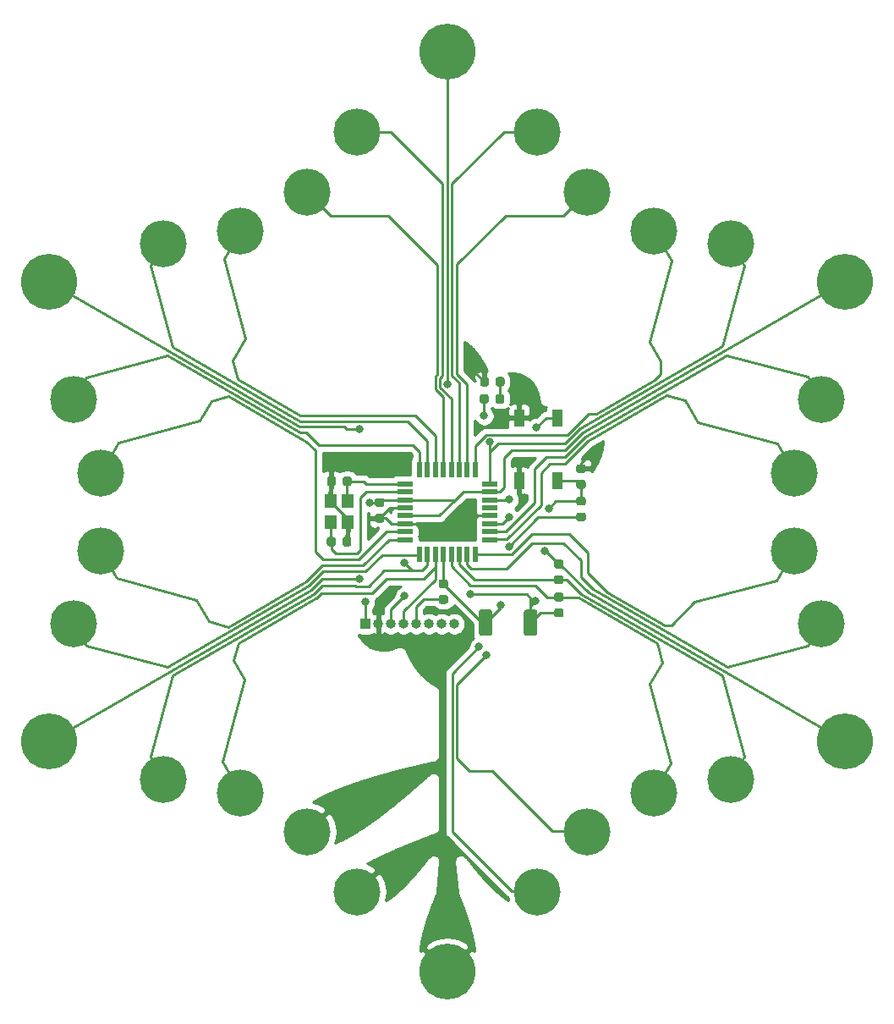
<source format=gbl>
%TF.GenerationSoftware,KiCad,Pcbnew,(5.1.6)-1*%
%TF.CreationDate,2020-12-17T15:03:58+07:00*%
%TF.ProjectId,Snowduno,536e6f77-6475-46e6-9f2e-6b696361645f,rev?*%
%TF.SameCoordinates,Original*%
%TF.FileFunction,Copper,L2,Bot*%
%TF.FilePolarity,Positive*%
%FSLAX46Y46*%
G04 Gerber Fmt 4.6, Leading zero omitted, Abs format (unit mm)*
G04 Created by KiCad (PCBNEW (5.1.6)-1) date 2020-12-17 15:03:58*
%MOMM*%
%LPD*%
G01*
G04 APERTURE LIST*
%TA.AperFunction,ComponentPad*%
%ADD10O,1.000000X1.000000*%
%TD*%
%TA.AperFunction,ComponentPad*%
%ADD11R,1.000000X1.000000*%
%TD*%
%TA.AperFunction,SMDPad,CuDef*%
%ADD12R,1.200000X1.400000*%
%TD*%
%TA.AperFunction,SMDPad,CuDef*%
%ADD13R,0.550000X1.600000*%
%TD*%
%TA.AperFunction,SMDPad,CuDef*%
%ADD14R,1.600000X0.550000*%
%TD*%
%TA.AperFunction,SMDPad,CuDef*%
%ADD15R,1.000000X1.700000*%
%TD*%
%TA.AperFunction,ComponentPad*%
%ADD16C,4.700000*%
%TD*%
%TA.AperFunction,ComponentPad*%
%ADD17C,5.600000*%
%TD*%
%TA.AperFunction,ViaPad*%
%ADD18C,0.800000*%
%TD*%
%TA.AperFunction,Conductor*%
%ADD19C,0.250000*%
%TD*%
%TA.AperFunction,Conductor*%
%ADD20C,0.254000*%
%TD*%
G04 APERTURE END LIST*
D10*
%TO.P,J1,8*%
%TO.N,Net-(J1-Pad8)*%
X141650000Y-109260000D03*
%TO.P,J1,7*%
%TO.N,Net-(J1-Pad7)*%
X140380000Y-109260000D03*
%TO.P,J1,6*%
%TO.N,Net-(J1-Pad6)*%
X139110000Y-109260000D03*
%TO.P,J1,5*%
%TO.N,/DTR*%
X137840000Y-109260000D03*
%TO.P,J1,4*%
%TO.N,/RXD*%
X136570000Y-109260000D03*
%TO.P,J1,3*%
%TO.N,/TXD*%
X135300000Y-109260000D03*
%TO.P,J1,2*%
%TO.N,GND*%
X134030000Y-109260000D03*
D11*
%TO.P,J1,1*%
%TO.N,+5V*%
X132760000Y-109260000D03*
%TD*%
D12*
%TO.P,Y1,4*%
%TO.N,GND*%
X130980000Y-99130000D03*
%TO.P,Y1,3*%
%TO.N,/XTAL2*%
X130980000Y-96930000D03*
%TO.P,Y1,2*%
%TO.N,GND*%
X129280000Y-96930000D03*
%TO.P,Y1,1*%
%TO.N,/XTAL1*%
X129280000Y-99130000D03*
%TD*%
D13*
%TO.P,U1,32*%
%TO.N,/D2*%
X138150000Y-102300000D03*
%TO.P,U1,31*%
%TO.N,/TXD*%
X138950000Y-102300000D03*
%TO.P,U1,30*%
%TO.N,/RXD*%
X139750000Y-102300000D03*
%TO.P,U1,29*%
%TO.N,/RESET*%
X140550000Y-102300000D03*
%TO.P,U1,28*%
%TO.N,/A5*%
X141350000Y-102300000D03*
%TO.P,U1,27*%
%TO.N,/A4*%
X142150000Y-102300000D03*
%TO.P,U1,26*%
%TO.N,/A3*%
X142950000Y-102300000D03*
%TO.P,U1,25*%
%TO.N,/A2*%
X143750000Y-102300000D03*
D14*
%TO.P,U1,24*%
%TO.N,/A1*%
X145200000Y-100850000D03*
%TO.P,U1,23*%
%TO.N,/A0*%
X145200000Y-100050000D03*
%TO.P,U1,22*%
%TO.N,/A7*%
X145200000Y-99250000D03*
%TO.P,U1,21*%
%TO.N,GND*%
X145200000Y-98450000D03*
%TO.P,U1,20*%
%TO.N,Net-(U1-Pad20)*%
X145200000Y-97650000D03*
%TO.P,U1,19*%
%TO.N,/A6*%
X145200000Y-96850000D03*
%TO.P,U1,18*%
%TO.N,+5V*%
X145200000Y-96050000D03*
%TO.P,U1,17*%
%TO.N,/D13*%
X145200000Y-95250000D03*
D13*
%TO.P,U1,16*%
%TO.N,/D12*%
X143750000Y-93800000D03*
%TO.P,U1,15*%
%TO.N,/D11*%
X142950000Y-93800000D03*
%TO.P,U1,14*%
%TO.N,/D10*%
X142150000Y-93800000D03*
%TO.P,U1,13*%
%TO.N,/D9*%
X141350000Y-93800000D03*
%TO.P,U1,12*%
%TO.N,/D8*%
X140550000Y-93800000D03*
%TO.P,U1,11*%
%TO.N,/D7*%
X139750000Y-93800000D03*
%TO.P,U1,10*%
%TO.N,/D6*%
X138950000Y-93800000D03*
%TO.P,U1,9*%
%TO.N,/D5*%
X138150000Y-93800000D03*
D14*
%TO.P,U1,8*%
%TO.N,/XTAL2*%
X136700000Y-95250000D03*
%TO.P,U1,7*%
%TO.N,/XTAL1*%
X136700000Y-96050000D03*
%TO.P,U1,6*%
%TO.N,+5V*%
X136700000Y-96850000D03*
%TO.P,U1,5*%
%TO.N,GND*%
X136700000Y-97650000D03*
%TO.P,U1,4*%
%TO.N,+5V*%
X136700000Y-98450000D03*
%TO.P,U1,3*%
%TO.N,GND*%
X136700000Y-99250000D03*
%TO.P,U1,2*%
%TO.N,/D4*%
X136700000Y-100050000D03*
%TO.P,U1,1*%
%TO.N,/D3*%
X136700000Y-100850000D03*
%TD*%
D15*
%TO.P,SW1,2*%
%TO.N,GND*%
X148150000Y-88640000D03*
X148150000Y-94940000D03*
%TO.P,SW1,1*%
%TO.N,/RESET*%
X151950000Y-88640000D03*
X151950000Y-94940000D03*
%TD*%
%TO.P,R4,2*%
%TO.N,/RESET*%
%TA.AperFunction,SMDPad,CuDef*%
G36*
G01*
X154596250Y-97427500D02*
X154083750Y-97427500D01*
G75*
G02*
X153865000Y-97208750I0J218750D01*
G01*
X153865000Y-96771250D01*
G75*
G02*
X154083750Y-96552500I218750J0D01*
G01*
X154596250Y-96552500D01*
G75*
G02*
X154815000Y-96771250I0J-218750D01*
G01*
X154815000Y-97208750D01*
G75*
G02*
X154596250Y-97427500I-218750J0D01*
G01*
G37*
%TD.AperFunction*%
%TO.P,R4,1*%
%TO.N,+5V*%
%TA.AperFunction,SMDPad,CuDef*%
G36*
G01*
X154596250Y-99002500D02*
X154083750Y-99002500D01*
G75*
G02*
X153865000Y-98783750I0J218750D01*
G01*
X153865000Y-98346250D01*
G75*
G02*
X154083750Y-98127500I218750J0D01*
G01*
X154596250Y-98127500D01*
G75*
G02*
X154815000Y-98346250I0J-218750D01*
G01*
X154815000Y-98783750D01*
G75*
G02*
X154596250Y-99002500I-218750J0D01*
G01*
G37*
%TD.AperFunction*%
%TD*%
%TO.P,R3,2*%
%TO.N,/A5*%
%TA.AperFunction,SMDPad,CuDef*%
G36*
G01*
X152376250Y-107020000D02*
X151863750Y-107020000D01*
G75*
G02*
X151645000Y-106801250I0J218750D01*
G01*
X151645000Y-106363750D01*
G75*
G02*
X151863750Y-106145000I218750J0D01*
G01*
X152376250Y-106145000D01*
G75*
G02*
X152595000Y-106363750I0J-218750D01*
G01*
X152595000Y-106801250D01*
G75*
G02*
X152376250Y-107020000I-218750J0D01*
G01*
G37*
%TD.AperFunction*%
%TO.P,R3,1*%
%TO.N,+5V*%
%TA.AperFunction,SMDPad,CuDef*%
G36*
G01*
X152376250Y-108595000D02*
X151863750Y-108595000D01*
G75*
G02*
X151645000Y-108376250I0J218750D01*
G01*
X151645000Y-107938750D01*
G75*
G02*
X151863750Y-107720000I218750J0D01*
G01*
X152376250Y-107720000D01*
G75*
G02*
X152595000Y-107938750I0J-218750D01*
G01*
X152595000Y-108376250D01*
G75*
G02*
X152376250Y-108595000I-218750J0D01*
G01*
G37*
%TD.AperFunction*%
%TD*%
%TO.P,R2,2*%
%TO.N,/A4*%
%TA.AperFunction,SMDPad,CuDef*%
G36*
G01*
X151853750Y-104417500D02*
X152366250Y-104417500D01*
G75*
G02*
X152585000Y-104636250I0J-218750D01*
G01*
X152585000Y-105073750D01*
G75*
G02*
X152366250Y-105292500I-218750J0D01*
G01*
X151853750Y-105292500D01*
G75*
G02*
X151635000Y-105073750I0J218750D01*
G01*
X151635000Y-104636250D01*
G75*
G02*
X151853750Y-104417500I218750J0D01*
G01*
G37*
%TD.AperFunction*%
%TO.P,R2,1*%
%TO.N,+5V*%
%TA.AperFunction,SMDPad,CuDef*%
G36*
G01*
X151853750Y-102842500D02*
X152366250Y-102842500D01*
G75*
G02*
X152585000Y-103061250I0J-218750D01*
G01*
X152585000Y-103498750D01*
G75*
G02*
X152366250Y-103717500I-218750J0D01*
G01*
X151853750Y-103717500D01*
G75*
G02*
X151635000Y-103498750I0J218750D01*
G01*
X151635000Y-103061250D01*
G75*
G02*
X151853750Y-102842500I218750J0D01*
G01*
G37*
%TD.AperFunction*%
%TD*%
%TO.P,R1,2*%
%TO.N,Net-(D1-Pad2)*%
%TA.AperFunction,SMDPad,CuDef*%
G36*
G01*
X145782500Y-87006250D02*
X145782500Y-86493750D01*
G75*
G02*
X146001250Y-86275000I218750J0D01*
G01*
X146438750Y-86275000D01*
G75*
G02*
X146657500Y-86493750I0J-218750D01*
G01*
X146657500Y-87006250D01*
G75*
G02*
X146438750Y-87225000I-218750J0D01*
G01*
X146001250Y-87225000D01*
G75*
G02*
X145782500Y-87006250I0J218750D01*
G01*
G37*
%TD.AperFunction*%
%TO.P,R1,1*%
%TO.N,/D13*%
%TA.AperFunction,SMDPad,CuDef*%
G36*
G01*
X144207500Y-87006250D02*
X144207500Y-86493750D01*
G75*
G02*
X144426250Y-86275000I218750J0D01*
G01*
X144863750Y-86275000D01*
G75*
G02*
X145082500Y-86493750I0J-218750D01*
G01*
X145082500Y-87006250D01*
G75*
G02*
X144863750Y-87225000I-218750J0D01*
G01*
X144426250Y-87225000D01*
G75*
G02*
X144207500Y-87006250I0J218750D01*
G01*
G37*
%TD.AperFunction*%
%TD*%
D16*
%TO.P,H30,1*%
%TO.N,GND*%
X126949399Y-130054704D03*
%TD*%
%TO.P,H29,1*%
%TO.N,/A5*%
X161662212Y-126179060D03*
%TD*%
%TO.P,H28,1*%
%TO.N,/A1*%
X175662212Y-94179060D03*
%TD*%
%TO.P,H27,1*%
%TO.N,/D11*%
X154949399Y-66054704D03*
%TD*%
%TO.P,H26,1*%
%TO.N,/D7*%
X120236586Y-69930348D03*
%TD*%
%TO.P,H25,1*%
%TO.N,/D3*%
X106236586Y-101930349D03*
%TD*%
%TO.P,H24,1*%
%TO.N,GND*%
X131949399Y-136054705D03*
%TD*%
%TO.P,H23,1*%
%TO.N,/A4*%
X169358365Y-124848933D03*
%TD*%
%TO.P,H22,1*%
%TO.N,/A0*%
X178358365Y-86848932D03*
%TD*%
%TO.P,H21,1*%
%TO.N,/D10*%
X149949399Y-60054703D03*
%TD*%
%TO.P,H20,1*%
%TO.N,/D6*%
X112540433Y-71260475D03*
%TD*%
%TO.P,H19,1*%
%TO.N,/D2*%
X103540433Y-109260477D03*
%TD*%
D17*
%TO.P,H18,1*%
%TO.N,GND*%
X140949399Y-144054704D03*
%TD*%
%TO.P,H17,1*%
%TO.N,+5V*%
X180786568Y-121054705D03*
%TD*%
%TO.P,H16,1*%
%TO.N,+5V*%
X180786568Y-75054704D03*
%TD*%
%TO.P,H15,1*%
%TO.N,+5V*%
X140949401Y-52054704D03*
%TD*%
%TO.P,H14,1*%
%TO.N,+5V*%
X101112229Y-75054705D03*
%TD*%
%TO.P,H13,1*%
%TO.N,+5V*%
X101112230Y-121054707D03*
%TD*%
D16*
%TO.P,H12,1*%
%TO.N,/A7*%
X149949399Y-136054705D03*
%TD*%
%TO.P,H11,1*%
%TO.N,/A3*%
X178358365Y-109260477D03*
%TD*%
%TO.P,H10,1*%
%TO.N,/D13*%
X169358365Y-71260476D03*
%TD*%
%TO.P,H9,1*%
%TO.N,/D9*%
X131949399Y-60054703D03*
%TD*%
%TO.P,H8,1*%
%TO.N,/D5*%
X103540433Y-86848932D03*
%TD*%
%TO.P,H7,1*%
%TO.N,/TXD*%
X112540433Y-124848932D03*
%TD*%
%TO.P,H6,1*%
%TO.N,/A6*%
X154949399Y-130054704D03*
%TD*%
%TO.P,H5,1*%
%TO.N,/A2*%
X175662212Y-101930349D03*
%TD*%
%TO.P,H4,1*%
%TO.N,/D12*%
X161662212Y-69930348D03*
%TD*%
%TO.P,H3,1*%
%TO.N,/D8*%
X126949399Y-66054704D03*
%TD*%
%TO.P,H2,1*%
%TO.N,/D4*%
X106236586Y-94179060D03*
%TD*%
%TO.P,H1,1*%
%TO.N,/RXD*%
X120236586Y-126179060D03*
%TD*%
%TO.P,D2,2*%
%TO.N,/RESET*%
%TA.AperFunction,SMDPad,CuDef*%
G36*
G01*
X145465000Y-108074999D02*
X145465000Y-110225001D01*
G75*
G02*
X145215001Y-110475000I-249999J0D01*
G01*
X144364999Y-110475000D01*
G75*
G02*
X144115000Y-110225001I0J249999D01*
G01*
X144115000Y-108074999D01*
G75*
G02*
X144364999Y-107825000I249999J0D01*
G01*
X145215001Y-107825000D01*
G75*
G02*
X145465000Y-108074999I0J-249999D01*
G01*
G37*
%TD.AperFunction*%
%TO.P,D2,1*%
%TO.N,+5V*%
%TA.AperFunction,SMDPad,CuDef*%
G36*
G01*
X149965000Y-108074999D02*
X149965000Y-110225001D01*
G75*
G02*
X149715001Y-110475000I-249999J0D01*
G01*
X148864999Y-110475000D01*
G75*
G02*
X148615000Y-110225001I0J249999D01*
G01*
X148615000Y-108074999D01*
G75*
G02*
X148864999Y-107825000I249999J0D01*
G01*
X149715001Y-107825000D01*
G75*
G02*
X149965000Y-108074999I0J-249999D01*
G01*
G37*
%TD.AperFunction*%
%TD*%
%TO.P,D1,2*%
%TO.N,Net-(D1-Pad2)*%
%TA.AperFunction,SMDPad,CuDef*%
G36*
G01*
X145810000Y-85296250D02*
X145810000Y-84783750D01*
G75*
G02*
X146028750Y-84565000I218750J0D01*
G01*
X146466250Y-84565000D01*
G75*
G02*
X146685000Y-84783750I0J-218750D01*
G01*
X146685000Y-85296250D01*
G75*
G02*
X146466250Y-85515000I-218750J0D01*
G01*
X146028750Y-85515000D01*
G75*
G02*
X145810000Y-85296250I0J218750D01*
G01*
G37*
%TD.AperFunction*%
%TO.P,D1,1*%
%TO.N,GND*%
%TA.AperFunction,SMDPad,CuDef*%
G36*
G01*
X144235000Y-85296250D02*
X144235000Y-84783750D01*
G75*
G02*
X144453750Y-84565000I218750J0D01*
G01*
X144891250Y-84565000D01*
G75*
G02*
X145110000Y-84783750I0J-218750D01*
G01*
X145110000Y-85296250D01*
G75*
G02*
X144891250Y-85515000I-218750J0D01*
G01*
X144453750Y-85515000D01*
G75*
G02*
X144235000Y-85296250I0J218750D01*
G01*
G37*
%TD.AperFunction*%
%TD*%
%TO.P,C5,2*%
%TO.N,GND*%
%TA.AperFunction,SMDPad,CuDef*%
G36*
G01*
X129790000Y-94733750D02*
X129790000Y-95246250D01*
G75*
G02*
X129571250Y-95465000I-218750J0D01*
G01*
X129133750Y-95465000D01*
G75*
G02*
X128915000Y-95246250I0J218750D01*
G01*
X128915000Y-94733750D01*
G75*
G02*
X129133750Y-94515000I218750J0D01*
G01*
X129571250Y-94515000D01*
G75*
G02*
X129790000Y-94733750I0J-218750D01*
G01*
G37*
%TD.AperFunction*%
%TO.P,C5,1*%
%TO.N,/XTAL2*%
%TA.AperFunction,SMDPad,CuDef*%
G36*
G01*
X131365000Y-94733750D02*
X131365000Y-95246250D01*
G75*
G02*
X131146250Y-95465000I-218750J0D01*
G01*
X130708750Y-95465000D01*
G75*
G02*
X130490000Y-95246250I0J218750D01*
G01*
X130490000Y-94733750D01*
G75*
G02*
X130708750Y-94515000I218750J0D01*
G01*
X131146250Y-94515000D01*
G75*
G02*
X131365000Y-94733750I0J-218750D01*
G01*
G37*
%TD.AperFunction*%
%TD*%
%TO.P,C4,2*%
%TO.N,GND*%
%TA.AperFunction,SMDPad,CuDef*%
G36*
G01*
X133913750Y-98257500D02*
X134426250Y-98257500D01*
G75*
G02*
X134645000Y-98476250I0J-218750D01*
G01*
X134645000Y-98913750D01*
G75*
G02*
X134426250Y-99132500I-218750J0D01*
G01*
X133913750Y-99132500D01*
G75*
G02*
X133695000Y-98913750I0J218750D01*
G01*
X133695000Y-98476250D01*
G75*
G02*
X133913750Y-98257500I218750J0D01*
G01*
G37*
%TD.AperFunction*%
%TO.P,C4,1*%
%TO.N,+5V*%
%TA.AperFunction,SMDPad,CuDef*%
G36*
G01*
X133913750Y-96682500D02*
X134426250Y-96682500D01*
G75*
G02*
X134645000Y-96901250I0J-218750D01*
G01*
X134645000Y-97338750D01*
G75*
G02*
X134426250Y-97557500I-218750J0D01*
G01*
X133913750Y-97557500D01*
G75*
G02*
X133695000Y-97338750I0J218750D01*
G01*
X133695000Y-96901250D01*
G75*
G02*
X133913750Y-96682500I218750J0D01*
G01*
G37*
%TD.AperFunction*%
%TD*%
%TO.P,C3,2*%
%TO.N,/RESET*%
%TA.AperFunction,SMDPad,CuDef*%
G36*
G01*
X140816250Y-105687500D02*
X140303750Y-105687500D01*
G75*
G02*
X140085000Y-105468750I0J218750D01*
G01*
X140085000Y-105031250D01*
G75*
G02*
X140303750Y-104812500I218750J0D01*
G01*
X140816250Y-104812500D01*
G75*
G02*
X141035000Y-105031250I0J-218750D01*
G01*
X141035000Y-105468750D01*
G75*
G02*
X140816250Y-105687500I-218750J0D01*
G01*
G37*
%TD.AperFunction*%
%TO.P,C3,1*%
%TO.N,/DTR*%
%TA.AperFunction,SMDPad,CuDef*%
G36*
G01*
X140816250Y-107262500D02*
X140303750Y-107262500D01*
G75*
G02*
X140085000Y-107043750I0J218750D01*
G01*
X140085000Y-106606250D01*
G75*
G02*
X140303750Y-106387500I218750J0D01*
G01*
X140816250Y-106387500D01*
G75*
G02*
X141035000Y-106606250I0J-218750D01*
G01*
X141035000Y-107043750D01*
G75*
G02*
X140816250Y-107262500I-218750J0D01*
G01*
G37*
%TD.AperFunction*%
%TD*%
%TO.P,C2,2*%
%TO.N,GND*%
%TA.AperFunction,SMDPad,CuDef*%
G36*
G01*
X130470000Y-101296250D02*
X130470000Y-100783750D01*
G75*
G02*
X130688750Y-100565000I218750J0D01*
G01*
X131126250Y-100565000D01*
G75*
G02*
X131345000Y-100783750I0J-218750D01*
G01*
X131345000Y-101296250D01*
G75*
G02*
X131126250Y-101515000I-218750J0D01*
G01*
X130688750Y-101515000D01*
G75*
G02*
X130470000Y-101296250I0J218750D01*
G01*
G37*
%TD.AperFunction*%
%TO.P,C2,1*%
%TO.N,/XTAL1*%
%TA.AperFunction,SMDPad,CuDef*%
G36*
G01*
X128895000Y-101296250D02*
X128895000Y-100783750D01*
G75*
G02*
X129113750Y-100565000I218750J0D01*
G01*
X129551250Y-100565000D01*
G75*
G02*
X129770000Y-100783750I0J-218750D01*
G01*
X129770000Y-101296250D01*
G75*
G02*
X129551250Y-101515000I-218750J0D01*
G01*
X129113750Y-101515000D01*
G75*
G02*
X128895000Y-101296250I0J218750D01*
G01*
G37*
%TD.AperFunction*%
%TD*%
%TO.P,C1,2*%
%TO.N,GND*%
%TA.AperFunction,SMDPad,CuDef*%
G36*
G01*
X154596250Y-94170000D02*
X154083750Y-94170000D01*
G75*
G02*
X153865000Y-93951250I0J218750D01*
G01*
X153865000Y-93513750D01*
G75*
G02*
X154083750Y-93295000I218750J0D01*
G01*
X154596250Y-93295000D01*
G75*
G02*
X154815000Y-93513750I0J-218750D01*
G01*
X154815000Y-93951250D01*
G75*
G02*
X154596250Y-94170000I-218750J0D01*
G01*
G37*
%TD.AperFunction*%
%TO.P,C1,1*%
%TO.N,/RESET*%
%TA.AperFunction,SMDPad,CuDef*%
G36*
G01*
X154596250Y-95745000D02*
X154083750Y-95745000D01*
G75*
G02*
X153865000Y-95526250I0J218750D01*
G01*
X153865000Y-95088750D01*
G75*
G02*
X154083750Y-94870000I218750J0D01*
G01*
X154596250Y-94870000D01*
G75*
G02*
X154815000Y-95088750I0J-218750D01*
G01*
X154815000Y-95526250D01*
G75*
G02*
X154596250Y-95745000I-218750J0D01*
G01*
G37*
%TD.AperFunction*%
%TD*%
D18*
%TO.N,GND*%
X148200000Y-86500000D03*
X143400000Y-83800000D03*
X148700000Y-96600000D03*
X143500000Y-98800000D03*
X138500000Y-99500000D03*
X129300000Y-93200000D03*
X155200000Y-92300000D03*
%TO.N,/RESET*%
X151100000Y-97700000D03*
X146300000Y-107400000D03*
X149900000Y-89600000D03*
%TO.N,+5V*%
X132760000Y-107080000D03*
X132140000Y-104765010D03*
X133170000Y-97140000D03*
X132180000Y-89770000D03*
X140950000Y-85250000D03*
X143260000Y-106320000D03*
X150710000Y-102000000D03*
X147112660Y-101512660D03*
X149800000Y-107000000D03*
%TO.N,/TXD*%
X136680000Y-106470000D03*
X136690000Y-103180000D03*
%TO.N,/D13*%
X145190000Y-91060000D03*
X144640000Y-88450000D03*
%TO.N,/A7*%
X147160000Y-98580000D03*
X144136301Y-111550000D03*
%TO.N,/A6*%
X147160000Y-96840000D03*
X144861311Y-112415028D03*
%TD*%
D19*
%TO.N,/A3*%
X178355193Y-109182899D02*
X177065041Y-111417508D01*
X177065041Y-111417508D02*
X168977765Y-113584487D01*
%TO.N,/A4*%
X169355193Y-124771357D02*
X170644744Y-122537789D01*
X170644744Y-122537789D02*
X168468614Y-114416362D01*
X168468614Y-114416362D02*
X154330749Y-106253862D01*
%TO.N,/A0*%
X178354592Y-86776060D02*
X177065041Y-84542492D01*
X177065041Y-84542492D02*
X168943614Y-82366362D01*
X168943614Y-82366362D02*
X154805749Y-90528862D01*
%TO.N,/A5*%
X162443215Y-113102660D02*
X161930779Y-111190224D01*
X163311091Y-123240046D02*
X161659040Y-126101483D01*
X161180715Y-115289374D02*
X163311091Y-123240046D01*
X162443215Y-113102660D02*
X161180715Y-115289374D01*
X161930779Y-111190224D02*
X154093249Y-106665224D01*
%TO.N,/A6*%
X154950601Y-129975296D02*
X151445296Y-129975296D01*
X145449999Y-123980000D02*
X143200000Y-123979999D01*
X151445296Y-129975296D02*
X145449999Y-123980000D01*
X143200000Y-123979999D02*
X141925000Y-122705000D01*
%TO.N,/A7*%
X149950601Y-135975297D02*
X147370297Y-135975297D01*
X147370297Y-135975297D02*
X141450000Y-130055000D01*
%TO.N,GND*%
X129352500Y-96857500D02*
X129280000Y-96930000D01*
X129352500Y-94990000D02*
X129352500Y-96857500D01*
X130980000Y-98730000D02*
X130980000Y-99130000D01*
X129280000Y-97030000D02*
X130980000Y-98730000D01*
X129280000Y-96930000D02*
X129280000Y-97030000D01*
X130980000Y-100967500D02*
X130907500Y-101040000D01*
X130980000Y-99130000D02*
X130980000Y-100967500D01*
X135215000Y-97650000D02*
X134170000Y-98695000D01*
X136700000Y-97650000D02*
X135215000Y-97650000D01*
X134785000Y-98695000D02*
X135340000Y-99250000D01*
X134170000Y-98695000D02*
X134785000Y-98695000D01*
X136700000Y-99250000D02*
X135340000Y-99250000D01*
X148150000Y-88640000D02*
X148150000Y-86550000D01*
X148150000Y-86550000D02*
X148200000Y-86500000D01*
X144672500Y-85040000D02*
X144640000Y-85040000D01*
X144640000Y-85040000D02*
X143400000Y-83800000D01*
X148150000Y-94940000D02*
X148150000Y-96050000D01*
X148150000Y-96050000D02*
X148700000Y-96600000D01*
X145200000Y-98450000D02*
X143850000Y-98450000D01*
X143850000Y-98450000D02*
X143500000Y-98800000D01*
X136700000Y-99250000D02*
X138250000Y-99250000D01*
X138250000Y-99250000D02*
X138500000Y-99500000D01*
X129352500Y-94990000D02*
X129352500Y-93252500D01*
X129352500Y-93252500D02*
X129300000Y-93200000D01*
X154340000Y-93732500D02*
X154340000Y-93160000D01*
X154340000Y-93160000D02*
X155200000Y-92300000D01*
%TO.N,/RESET*%
X140550000Y-105240000D02*
X140560000Y-105250000D01*
X140550000Y-102300000D02*
X140550000Y-105240000D01*
X153972500Y-94940000D02*
X154340000Y-95307500D01*
X151950000Y-94940000D02*
X153972500Y-94940000D01*
X154340000Y-95307500D02*
X154340000Y-96990000D01*
X144460000Y-109150000D02*
X144790000Y-109150000D01*
X140560000Y-105250000D02*
X144460000Y-109150000D01*
X154340000Y-96990000D02*
X151810000Y-96990000D01*
X151810000Y-96990000D02*
X151100000Y-97700000D01*
X146300000Y-107640000D02*
X144790000Y-109150000D01*
X146300000Y-107400000D02*
X146300000Y-107640000D01*
X150860000Y-88640000D02*
X149900000Y-89600000D01*
X151950000Y-88640000D02*
X150860000Y-88640000D01*
%TO.N,/XTAL1*%
X129280000Y-100987500D02*
X129332500Y-101040000D01*
X129280000Y-99130000D02*
X129280000Y-100987500D01*
X132860000Y-96050000D02*
X132250000Y-96660000D01*
X132250000Y-96660000D02*
X132250000Y-101870000D01*
X132250000Y-101870000D02*
X131880000Y-102240000D01*
X131880000Y-102240000D02*
X129760000Y-102240000D01*
X129332500Y-101812500D02*
X129332500Y-101040000D01*
X129760000Y-102240000D02*
X129332500Y-101812500D01*
X132860000Y-96050000D02*
X136700000Y-96050000D01*
%TO.N,/DTR*%
X140560000Y-106825000D02*
X138575000Y-106825000D01*
X137840000Y-107560000D02*
X137840000Y-109260000D01*
X138575000Y-106825000D02*
X137840000Y-107560000D01*
%TO.N,/D3*%
X117106785Y-109032340D02*
X119019221Y-109544776D01*
X107893613Y-104715250D02*
X106241561Y-101853813D01*
X115844285Y-106845626D02*
X107893613Y-104715250D01*
X117106785Y-109032340D02*
X115844285Y-106845626D01*
X119019221Y-109544776D02*
X126856751Y-105019776D01*
%TO.N,/D4*%
X119050022Y-86511875D02*
X126865901Y-91024375D01*
X106240960Y-94157228D02*
X107993613Y-91121545D01*
X116183340Y-88927114D02*
X117308340Y-86978557D01*
X107993613Y-91121545D02*
X116183340Y-88927114D01*
X117308340Y-86978557D02*
X119050022Y-86511875D01*
%TO.N,/D5*%
X103544807Y-86827101D02*
X104834959Y-84592492D01*
X104834959Y-84592492D02*
X112922235Y-82425513D01*
%TO.N,+5V*%
X140949401Y-52054704D02*
X140949401Y-82349401D01*
X134440000Y-96850000D02*
X134170000Y-97120000D01*
X136700000Y-96850000D02*
X134440000Y-96850000D01*
X152766000Y-91910000D02*
X154546818Y-90129182D01*
X146250000Y-96050000D02*
X146670000Y-95630000D01*
X180782795Y-74981833D02*
X154546818Y-90129182D01*
X147380000Y-91910000D02*
X152766000Y-91910000D01*
X145200000Y-96050000D02*
X146250000Y-96050000D01*
X146670000Y-92620000D02*
X147380000Y-91910000D01*
X146670000Y-95630000D02*
X146670000Y-92620000D01*
X152110000Y-103280000D02*
X152240000Y-103280000D01*
X155075393Y-106115393D02*
X155075393Y-106134607D01*
X152240000Y-103280000D02*
X155075393Y-106115393D01*
X180783394Y-120977129D02*
X155075393Y-106134607D01*
X136700000Y-96850000D02*
X141760000Y-96850000D01*
X142560000Y-96050000D02*
X145200000Y-96050000D01*
X141760000Y-96850000D02*
X142560000Y-96050000D01*
X140160000Y-98450000D02*
X141760000Y-96850000D01*
X136700000Y-98450000D02*
X140160000Y-98450000D01*
X150282500Y-108157500D02*
X152120000Y-108157500D01*
X149290000Y-109150000D02*
X150282500Y-108157500D01*
X132760000Y-109260000D02*
X132760000Y-107080000D01*
X127353182Y-105830818D02*
X128418990Y-104765010D01*
X128418990Y-104765010D02*
X131574315Y-104765010D01*
X101117205Y-120978167D02*
X127353182Y-105830818D01*
X131574315Y-104765010D02*
X132140000Y-104765010D01*
X134150000Y-97140000D02*
X134170000Y-97120000D01*
X133170000Y-97140000D02*
X134150000Y-97140000D01*
X130647638Y-89507638D02*
X130910000Y-89770000D01*
X101116606Y-75032871D02*
X126187638Y-89507638D01*
X130910000Y-89770000D02*
X132180000Y-89770000D01*
X126187638Y-89507638D02*
X130647638Y-89507638D01*
X140950000Y-82350000D02*
X140949401Y-82349401D01*
X140950000Y-85250000D02*
X140950000Y-82350000D01*
X143260000Y-106320000D02*
X148920000Y-106320000D01*
X149290000Y-106690000D02*
X149290000Y-109150000D01*
X148920000Y-106320000D02*
X149290000Y-106690000D01*
X150830000Y-102000000D02*
X152110000Y-103280000D01*
X150710000Y-102000000D02*
X150830000Y-102000000D01*
X154310000Y-98595000D02*
X154340000Y-98565000D01*
X150060320Y-98565000D02*
X147112660Y-101512660D01*
X154340000Y-98565000D02*
X150060320Y-98565000D01*
X149290000Y-109150000D02*
X149290000Y-107510000D01*
X149290000Y-107510000D02*
X149800000Y-107000000D01*
%TO.N,/XTAL2*%
X130980000Y-95042500D02*
X130927500Y-94990000D01*
X130927500Y-96877500D02*
X130980000Y-96930000D01*
X130927500Y-94990000D02*
X130927500Y-96877500D01*
X132590000Y-94990000D02*
X132850000Y-95250000D01*
X130927500Y-94990000D02*
X132590000Y-94990000D01*
X136700000Y-95250000D02*
X132850000Y-95250000D01*
%TO.N,Net-(D1-Pad2)*%
X146247500Y-86722500D02*
X146220000Y-86750000D01*
X146247500Y-85040000D02*
X146247500Y-86722500D01*
%TO.N,/RXD*%
X139750000Y-102300000D02*
X139750000Y-103590000D01*
X136570000Y-109260000D02*
X136570000Y-107990000D01*
X139750000Y-104810000D02*
X139750000Y-103590000D01*
X136570000Y-107990000D02*
X139750000Y-104810000D01*
X127811982Y-106730840D02*
X127743101Y-106730840D01*
X127743101Y-106730840D02*
X120025022Y-111186875D01*
X120025022Y-111186875D02*
X119558340Y-112928557D01*
X133420000Y-106180000D02*
X128362822Y-106180000D01*
X119558340Y-112928557D02*
X120683339Y-114877114D01*
X118488909Y-123066841D02*
X120241561Y-126102524D01*
X138600000Y-104740000D02*
X134860000Y-104740000D01*
X120683339Y-114877114D02*
X118488909Y-123066841D01*
X128362822Y-106180000D02*
X127811982Y-106730840D01*
X134860000Y-104740000D02*
X133420000Y-106180000D01*
X139750000Y-103590000D02*
X138600000Y-104740000D01*
%TO.N,/D4*%
X136700000Y-100050000D02*
X134850000Y-100050000D01*
X134850000Y-100050000D02*
X132070000Y-102830000D01*
X132070000Y-102830000D02*
X128530000Y-102830000D01*
X128530000Y-102830000D02*
X127740000Y-102040000D01*
X127740000Y-91898474D02*
X126865901Y-91024375D01*
X127740000Y-102040000D02*
X127740000Y-91898474D01*
%TO.N,/D8*%
X139975000Y-73325000D02*
X135054703Y-68404703D01*
X140550000Y-86559413D02*
X139764988Y-85774401D01*
X129299398Y-68404703D02*
X126949399Y-66054704D01*
X139764988Y-85774401D02*
X139764988Y-84485599D01*
X140550000Y-93800000D02*
X140550000Y-86559413D01*
X135054703Y-68404703D02*
X129299398Y-68404703D01*
X139975000Y-84275587D02*
X139975000Y-73325000D01*
X139764988Y-84485599D02*
X139975000Y-84275587D01*
%TO.N,/D12*%
X155903595Y-88232555D02*
X161690220Y-84891647D01*
X155112169Y-88232555D02*
X155903595Y-88232555D01*
X162341660Y-84240207D02*
X162341660Y-83031443D01*
X161690220Y-84891647D02*
X162341660Y-84240207D01*
X163411091Y-72893159D02*
X161658439Y-69857476D01*
X161216661Y-81082887D02*
X163411091Y-72893159D01*
X143750000Y-93800000D02*
X143750000Y-91426996D01*
X144841998Y-90334998D02*
X153009726Y-90334998D01*
X143750000Y-91426996D02*
X144841998Y-90334998D01*
X153009726Y-90334998D02*
X155112169Y-88232555D01*
X162341660Y-83031443D02*
X161216661Y-81082887D01*
%TO.N,/A5*%
X154093249Y-106665224D02*
X152202724Y-106665224D01*
X152202724Y-106665224D02*
X152120000Y-106582500D01*
X141350000Y-102300000D02*
X141350000Y-103480000D01*
X149745000Y-105410000D02*
X150917500Y-106582500D01*
X143280000Y-105410000D02*
X149745000Y-105410000D01*
X141350000Y-103480000D02*
X143280000Y-105410000D01*
X150917500Y-106582500D02*
X152120000Y-106582500D01*
%TO.N,/A1*%
X145200000Y-100850000D02*
X145275002Y-100774998D01*
X150330000Y-97370000D02*
X150330000Y-94140000D01*
X164793215Y-86927660D02*
X166055715Y-89114374D01*
X150330000Y-94140000D02*
X151190000Y-93280000D01*
X146925002Y-100774998D02*
X150330000Y-97370000D01*
X151190000Y-93280000D02*
X152703473Y-93280000D01*
X174006387Y-91244750D02*
X175658439Y-94106187D01*
X162880779Y-86415224D02*
X164793215Y-86927660D01*
X152703473Y-93280000D02*
X155043249Y-90940224D01*
X145275002Y-100774998D02*
X146925002Y-100774998D01*
X155043249Y-90940224D02*
X162880779Y-86415224D01*
X166055715Y-89114374D02*
X174006387Y-91244750D01*
%TO.N,/TXD*%
X138950000Y-102300000D02*
X138950000Y-103430000D01*
X138950000Y-103430000D02*
X138450000Y-103930000D01*
X135300000Y-109260000D02*
X135300000Y-107850000D01*
X135300000Y-107850000D02*
X136680000Y-106470000D01*
X137440000Y-103930000D02*
X137970000Y-103930000D01*
X138450000Y-103930000D02*
X137970000Y-103930000D01*
X136690000Y-103180000D02*
X137440000Y-103930000D01*
X111255256Y-122537789D02*
X112545408Y-124772398D01*
X113422235Y-114450513D02*
X111255256Y-122537789D01*
X131761986Y-105460000D02*
X128446411Y-105460000D01*
X128446411Y-105460000D02*
X127625582Y-106280829D01*
X134630000Y-103930000D02*
X133069988Y-105490012D01*
X127625582Y-106280829D02*
X127572544Y-106280829D01*
X137970000Y-103930000D02*
X134630000Y-103930000D01*
X133069988Y-105490012D02*
X131791998Y-105490012D01*
X127572544Y-106280829D02*
X113422235Y-114450513D01*
X131791998Y-105490012D02*
X131761986Y-105460000D01*
%TO.N,/D5*%
X112922235Y-82425513D02*
X126211770Y-90098230D01*
X126211770Y-90098230D02*
X126798230Y-90098230D01*
X126798230Y-90098230D02*
X128100000Y-91400000D01*
X137520000Y-91400000D02*
X138150000Y-92030000D01*
X128100000Y-91400000D02*
X137520000Y-91400000D01*
X138150000Y-92030000D02*
X138150000Y-93800000D01*
%TO.N,/D9*%
X135272800Y-60054703D02*
X131949399Y-60054703D01*
X141350000Y-86723002D02*
X140214999Y-85588001D01*
X140214999Y-84671999D02*
X140450000Y-84436998D01*
X140450000Y-65231903D02*
X135272800Y-60054703D01*
X140214999Y-85588001D02*
X140214999Y-84671999D01*
X141350000Y-93800000D02*
X141350000Y-86723002D01*
X140450000Y-84436998D02*
X140450000Y-65231903D01*
%TO.N,/D13*%
X146010000Y-91240000D02*
X152753586Y-91240000D01*
X145200000Y-92050000D02*
X146010000Y-91240000D01*
X169354592Y-71187602D02*
X170644744Y-73422211D01*
X152753586Y-91240000D02*
X154296599Y-89696987D01*
X168477765Y-81509487D02*
X154296599Y-89696987D01*
X145200000Y-95250000D02*
X145200000Y-92050000D01*
X170644744Y-73422211D02*
X168477765Y-81509487D01*
X145200000Y-91070000D02*
X145190000Y-91060000D01*
X145200000Y-92050000D02*
X145200000Y-91070000D01*
X144640000Y-86755000D02*
X144645000Y-86750000D01*
X144640000Y-88450000D02*
X144640000Y-86755000D01*
%TO.N,/A4*%
X152931887Y-104855000D02*
X154330749Y-106253862D01*
X152110000Y-104855000D02*
X152931887Y-104855000D01*
X142150000Y-102300000D02*
X142150000Y-103360000D01*
X143645000Y-104855000D02*
X152110000Y-104855000D01*
X142150000Y-103360000D02*
X143645000Y-104855000D01*
%TO.N,/A0*%
X145200000Y-100050000D02*
X146810000Y-100050000D01*
X146810000Y-100050000D02*
X149700000Y-97160000D01*
X149700000Y-97160000D02*
X149700000Y-93780000D01*
X149700000Y-93780000D02*
X150890000Y-92590000D01*
X152744611Y-92590000D02*
X154805749Y-90528862D01*
X150890000Y-92590000D02*
X152744611Y-92590000D01*
%TO.N,/D2*%
X103545408Y-109183940D02*
X104834959Y-111417508D01*
X104834959Y-111417508D02*
X112956386Y-113593638D01*
X112956386Y-113593638D02*
X127094251Y-105431138D01*
X127094251Y-105431138D02*
X128485389Y-104040000D01*
X132790000Y-104040000D02*
X128485389Y-104040000D01*
X134435000Y-102395000D02*
X132790000Y-104040000D01*
X138055000Y-102395000D02*
X138150000Y-102300000D01*
X134435000Y-102395000D02*
X138055000Y-102395000D01*
%TO.N,/D6*%
X138950000Y-90930000D02*
X138950000Y-93800000D01*
X111255256Y-73472211D02*
X113431386Y-81593638D01*
X113431386Y-81593638D02*
X126272527Y-89007473D01*
X137027473Y-89007473D02*
X138950000Y-90930000D01*
X112544807Y-71238643D02*
X111255256Y-73472211D01*
X126272527Y-89007473D02*
X137027473Y-89007473D01*
%TO.N,/D10*%
X141425000Y-84411998D02*
X141425000Y-65255701D01*
X142150000Y-93800000D02*
X142150000Y-85136998D01*
X141425000Y-65255701D02*
X146625998Y-60054703D01*
X142150000Y-85136998D02*
X141425000Y-84411998D01*
X146625998Y-60054703D02*
X149949399Y-60054703D01*
%TO.N,/A7*%
X145200000Y-99250000D02*
X146490000Y-99250000D01*
X146490000Y-99250000D02*
X147160000Y-98580000D01*
X141450000Y-114236301D02*
X141450000Y-114360000D01*
X144136301Y-111550000D02*
X141450000Y-114236301D01*
X141450000Y-130055000D02*
X141450000Y-114360000D01*
%TO.N,/A3*%
X142950000Y-103350000D02*
X143370000Y-103770000D01*
X142950000Y-102300000D02*
X142950000Y-103350000D01*
X143370000Y-103770000D02*
X146900000Y-103770000D01*
X146900000Y-103770000D02*
X149470000Y-101200000D01*
X149470000Y-101200000D02*
X152600000Y-101200000D01*
X152600000Y-101200000D02*
X154310000Y-102910000D01*
X154310000Y-104605886D02*
X155517057Y-105812943D01*
X168977765Y-113584487D02*
X155517057Y-105812943D01*
X154310000Y-102910000D02*
X154310000Y-104605886D01*
%TO.N,/D3*%
X136700000Y-100850000D02*
X135090000Y-100850000D01*
X135090000Y-100850000D02*
X132540000Y-103400000D01*
X128476527Y-103400000D02*
X126856751Y-105019776D01*
X132540000Y-103400000D02*
X128476527Y-103400000D01*
%TO.N,/D7*%
X137728436Y-88458436D02*
X139750000Y-90480000D01*
X119969221Y-84819776D02*
X126271564Y-88458436D01*
X126271564Y-88458436D02*
X137728436Y-88458436D01*
X119456785Y-82907340D02*
X119969221Y-84819776D01*
X120719285Y-80720626D02*
X119456785Y-82907340D01*
X139750000Y-90480000D02*
X139750000Y-93800000D01*
X118588909Y-72769954D02*
X120719285Y-80720626D01*
X120240960Y-69908517D02*
X118588909Y-72769954D01*
%TO.N,/D11*%
X152599400Y-68404703D02*
X154949399Y-66054704D01*
X146770297Y-68404703D02*
X152599400Y-68404703D01*
X142950000Y-85300587D02*
X141900000Y-84250587D01*
X142950000Y-93800000D02*
X142950000Y-85300587D01*
X141900000Y-84250587D02*
X141900000Y-73275000D01*
X141900000Y-73275000D02*
X146770297Y-68404703D01*
%TO.N,/A6*%
X145200000Y-96850000D02*
X147150000Y-96850000D01*
X147150000Y-96850000D02*
X147160000Y-96840000D01*
X141925000Y-115351339D02*
X141925000Y-115525000D01*
X144861311Y-112415028D02*
X141925000Y-115351339D01*
X141925000Y-122705000D02*
X141925000Y-115525000D01*
%TO.N,/A2*%
X143750000Y-102300000D02*
X147373004Y-102300000D01*
X147373004Y-102300000D02*
X149393004Y-100280000D01*
X153170000Y-100280000D02*
X155034099Y-102144099D01*
X165716660Y-107082887D02*
X173906387Y-104888455D01*
X173906387Y-104888455D02*
X175659040Y-101852772D01*
X155034099Y-104191314D02*
X156930362Y-106087577D01*
X156930362Y-106087577D02*
X162716986Y-109428487D01*
X149393004Y-100280000D02*
X153170000Y-100280000D01*
X163371060Y-109428487D02*
X165716660Y-107082887D01*
X155034099Y-102144099D02*
X155034099Y-104191314D01*
X162716986Y-109428487D02*
X163371060Y-109428487D01*
%TD*%
D20*
%TO.N,GND*%
G36*
X136189744Y-105552795D02*
G01*
X136020226Y-105666063D01*
X135876063Y-105810226D01*
X135762795Y-105979744D01*
X135684774Y-106168102D01*
X135645000Y-106368061D01*
X135645000Y-106430198D01*
X134788998Y-107286201D01*
X134760000Y-107309999D01*
X134736202Y-107338997D01*
X134736201Y-107338998D01*
X134665026Y-107425724D01*
X134594454Y-107557754D01*
X134566270Y-107650668D01*
X134550998Y-107701014D01*
X134540018Y-107812498D01*
X134536324Y-107850000D01*
X134540001Y-107887332D01*
X134540001Y-108250576D01*
X134386864Y-108182554D01*
X134331874Y-108165881D01*
X134157000Y-108292046D01*
X134157000Y-109133000D01*
X134168026Y-109133000D01*
X134165000Y-109148212D01*
X134165000Y-109371788D01*
X134168026Y-109387000D01*
X134157000Y-109387000D01*
X134157000Y-110227954D01*
X134331874Y-110354119D01*
X134386864Y-110337446D01*
X134590206Y-110247123D01*
X134660342Y-110197647D01*
X134762376Y-110265824D01*
X134968933Y-110351383D01*
X135188212Y-110395000D01*
X135411788Y-110395000D01*
X135631067Y-110351383D01*
X135837624Y-110265824D01*
X135935000Y-110200759D01*
X136032376Y-110265824D01*
X136238933Y-110351383D01*
X136458212Y-110395000D01*
X136681788Y-110395000D01*
X136901067Y-110351383D01*
X137107624Y-110265824D01*
X137205000Y-110200759D01*
X137302376Y-110265824D01*
X137508933Y-110351383D01*
X137728212Y-110395000D01*
X137951788Y-110395000D01*
X138171067Y-110351383D01*
X138377624Y-110265824D01*
X138475000Y-110200759D01*
X138572376Y-110265824D01*
X138778933Y-110351383D01*
X138998212Y-110395000D01*
X139221788Y-110395000D01*
X139441067Y-110351383D01*
X139647624Y-110265824D01*
X139745000Y-110200759D01*
X139842376Y-110265824D01*
X140048933Y-110351383D01*
X140268212Y-110395000D01*
X140491788Y-110395000D01*
X140711067Y-110351383D01*
X140917624Y-110265824D01*
X141015000Y-110200759D01*
X141112376Y-110265824D01*
X141318933Y-110351383D01*
X141538212Y-110395000D01*
X141761788Y-110395000D01*
X141981067Y-110351383D01*
X142187624Y-110265824D01*
X142373520Y-110141612D01*
X142531612Y-109983520D01*
X142655824Y-109797624D01*
X142741383Y-109591067D01*
X142785000Y-109371788D01*
X142785000Y-109148212D01*
X142741383Y-108928933D01*
X142655824Y-108722376D01*
X142531612Y-108536480D01*
X142373520Y-108378388D01*
X142187624Y-108254176D01*
X141981067Y-108168617D01*
X141761788Y-108125000D01*
X141538212Y-108125000D01*
X141318933Y-108168617D01*
X141112376Y-108254176D01*
X141015000Y-108319241D01*
X140917624Y-108254176D01*
X140711067Y-108168617D01*
X140491788Y-108125000D01*
X140268212Y-108125000D01*
X140048933Y-108168617D01*
X139842376Y-108254176D01*
X139745000Y-108319241D01*
X139647624Y-108254176D01*
X139441067Y-108168617D01*
X139221788Y-108125000D01*
X138998212Y-108125000D01*
X138778933Y-108168617D01*
X138600000Y-108242734D01*
X138600000Y-107874801D01*
X138889802Y-107585000D01*
X139644857Y-107585000D01*
X139697885Y-107649615D01*
X139827725Y-107756171D01*
X139975858Y-107835350D01*
X140136592Y-107884108D01*
X140303750Y-107900572D01*
X140816250Y-107900572D01*
X140983408Y-107884108D01*
X141144142Y-107835350D01*
X141292275Y-107756171D01*
X141422115Y-107649615D01*
X141528671Y-107519775D01*
X141607498Y-107372300D01*
X143476928Y-109241730D01*
X143476928Y-110225001D01*
X143493992Y-110398255D01*
X143544528Y-110564851D01*
X143598003Y-110664895D01*
X143476527Y-110746063D01*
X143332364Y-110890226D01*
X143219096Y-111059744D01*
X143141075Y-111248102D01*
X143101301Y-111448061D01*
X143101301Y-111510198D01*
X140939003Y-113672497D01*
X140909999Y-113696300D01*
X140856668Y-113761285D01*
X140815026Y-113812025D01*
X140751468Y-113930933D01*
X140744454Y-113944055D01*
X140700997Y-114087316D01*
X140690000Y-114198969D01*
X140690000Y-114198979D01*
X140686324Y-114236301D01*
X140690000Y-114273623D01*
X140690000Y-114397333D01*
X140690001Y-114397343D01*
X140690000Y-130017678D01*
X140686324Y-130055000D01*
X140690000Y-130092322D01*
X140690000Y-130092332D01*
X140700997Y-130203985D01*
X140742777Y-130341718D01*
X140744454Y-130347246D01*
X140815026Y-130479276D01*
X140853233Y-130525831D01*
X140909999Y-130595001D01*
X140939003Y-130618804D01*
X146806498Y-136486300D01*
X146830296Y-136515298D01*
X146946021Y-136610271D01*
X147024805Y-136652383D01*
X147079111Y-136925397D01*
X147083459Y-136935894D01*
X147044806Y-136909989D01*
X147001766Y-136881077D01*
X146954401Y-136849122D01*
X146913972Y-136821652D01*
X146873844Y-136794183D01*
X146827593Y-136762364D01*
X146796418Y-136740877D01*
X146747775Y-136704315D01*
X146692632Y-136662643D01*
X146640959Y-136623367D01*
X146592853Y-136586566D01*
X146547430Y-136551579D01*
X146504692Y-136518415D01*
X146464957Y-136487335D01*
X146408720Y-136442889D01*
X146357133Y-136401579D01*
X146308464Y-136362081D01*
X146262160Y-136324009D01*
X146217080Y-136286495D01*
X146172120Y-136248691D01*
X146142834Y-136223889D01*
X146097683Y-136185394D01*
X146052577Y-136146629D01*
X146007349Y-136107451D01*
X145962252Y-136068079D01*
X145916951Y-136028225D01*
X145871936Y-135988319D01*
X145826371Y-135947622D01*
X145781189Y-135906964D01*
X145735714Y-135865742D01*
X145696271Y-135829728D01*
X145643555Y-135778781D01*
X145591300Y-135728275D01*
X145591297Y-135728272D01*
X145545497Y-135683997D01*
X145505409Y-135645230D01*
X145454718Y-135596171D01*
X145412340Y-135555099D01*
X145365468Y-135509547D01*
X145323776Y-135468862D01*
X145280339Y-135426307D01*
X145280338Y-135426306D01*
X145243995Y-135390625D01*
X145243952Y-135390582D01*
X145206146Y-135353435D01*
X145180361Y-135326846D01*
X145121595Y-135266113D01*
X145065930Y-135208402D01*
X145014071Y-135154447D01*
X144964899Y-135103095D01*
X144918792Y-135054743D01*
X144875815Y-135009477D01*
X144834828Y-134966101D01*
X144795926Y-134924730D01*
X144759257Y-134885532D01*
X144723928Y-134847572D01*
X144690063Y-134810993D01*
X144640718Y-134757349D01*
X144593310Y-134705443D01*
X144546330Y-134653689D01*
X144515281Y-134619337D01*
X144467968Y-134566777D01*
X144420870Y-134514204D01*
X144373799Y-134461409D01*
X144326668Y-134408297D01*
X144279659Y-134355074D01*
X144232201Y-134301092D01*
X144185013Y-134247169D01*
X144137731Y-134192889D01*
X144090452Y-134138369D01*
X144046562Y-134087526D01*
X144018995Y-134054415D01*
X144018991Y-134054410D01*
X143962002Y-133985959D01*
X143961999Y-133985956D01*
X143911976Y-133925867D01*
X143868156Y-133873220D01*
X143829792Y-133827114D01*
X143796132Y-133786643D01*
X143796128Y-133786639D01*
X143752773Y-133734468D01*
X143715792Y-133689901D01*
X143682602Y-133649824D01*
X143682601Y-133649823D01*
X143650562Y-133611055D01*
X143650560Y-133611053D01*
X143617031Y-133570411D01*
X143617030Y-133570410D01*
X143579390Y-133524730D01*
X143579387Y-133524727D01*
X143538424Y-133474989D01*
X143478827Y-133400222D01*
X143419935Y-133326181D01*
X143365208Y-133257217D01*
X143313049Y-133191323D01*
X143264075Y-133129278D01*
X143264072Y-133129275D01*
X143218202Y-133070989D01*
X143174951Y-133015856D01*
X143133640Y-132963015D01*
X143094919Y-132913311D01*
X143057732Y-132865400D01*
X143021744Y-132818861D01*
X142987274Y-132774118D01*
X142953756Y-132730451D01*
X142920742Y-132687295D01*
X142888653Y-132645214D01*
X142868863Y-132619188D01*
X142844455Y-132582480D01*
X142752732Y-132490343D01*
X142644797Y-132417870D01*
X142524798Y-132367848D01*
X142397345Y-132342196D01*
X142267337Y-132341903D01*
X142139769Y-132366979D01*
X142019546Y-132416460D01*
X141911285Y-132488444D01*
X141819148Y-132580167D01*
X141746675Y-132688102D01*
X141696653Y-132808101D01*
X141671001Y-132935554D01*
X141670781Y-133032986D01*
X141967965Y-136121761D01*
X141986758Y-136217365D01*
X142036239Y-136337589D01*
X142037094Y-136338874D01*
X142059431Y-136392654D01*
X142059438Y-136392671D01*
X142082982Y-136449620D01*
X142106979Y-136507964D01*
X142131450Y-136567788D01*
X142156584Y-136629575D01*
X142182696Y-136694133D01*
X142209544Y-136760882D01*
X142237646Y-136831135D01*
X142267214Y-136905437D01*
X142298566Y-136984618D01*
X142331132Y-137067248D01*
X142365905Y-137155860D01*
X142384001Y-137202117D01*
X142384003Y-137202121D01*
X142402624Y-137249808D01*
X142421794Y-137298991D01*
X142441526Y-137349706D01*
X142441533Y-137349725D01*
X142461963Y-137402321D01*
X142480834Y-137450979D01*
X142497547Y-137496398D01*
X142521967Y-137562797D01*
X142521970Y-137562802D01*
X142543035Y-137620167D01*
X142543063Y-137620245D01*
X142562952Y-137674553D01*
X142582663Y-137728562D01*
X142603932Y-137787037D01*
X142603954Y-137787099D01*
X142628649Y-137855186D01*
X142647626Y-137907595D01*
X142647654Y-137907673D01*
X142669216Y-137967275D01*
X142669234Y-137967327D01*
X142693828Y-138035355D01*
X142693844Y-138035399D01*
X142721934Y-138113126D01*
X142721942Y-138113149D01*
X142753964Y-138201777D01*
X142753981Y-138201826D01*
X142771593Y-138250574D01*
X142771618Y-138250645D01*
X142788237Y-138296646D01*
X142803631Y-138342002D01*
X142821048Y-138393596D01*
X142838190Y-138444659D01*
X142855415Y-138496253D01*
X142872220Y-138546877D01*
X142889180Y-138598259D01*
X142905756Y-138648768D01*
X142922564Y-138700285D01*
X142938717Y-138750085D01*
X142955096Y-138800883D01*
X142971299Y-138851443D01*
X142987429Y-138902086D01*
X143003252Y-138952071D01*
X143018876Y-139001735D01*
X143034624Y-139052110D01*
X143050131Y-139102035D01*
X143065506Y-139151869D01*
X143080764Y-139201706D01*
X143096100Y-139252246D01*
X143111496Y-139303479D01*
X143127121Y-139356016D01*
X143143147Y-139410497D01*
X143159445Y-139466513D01*
X143176525Y-139525863D01*
X143194136Y-139587734D01*
X143212642Y-139653430D01*
X143232013Y-139722889D01*
X143252239Y-139796104D01*
X143273617Y-139874178D01*
X143296181Y-139957272D01*
X143319860Y-140045129D01*
X143319862Y-140045136D01*
X143342892Y-140131187D01*
X143356201Y-140187239D01*
X143369271Y-140242393D01*
X143380924Y-140291794D01*
X143395416Y-140353756D01*
X143406857Y-140403147D01*
X143419852Y-140459666D01*
X143435313Y-140527271D01*
X143435315Y-140527276D01*
X143447165Y-140579244D01*
X143447181Y-140579319D01*
X143460851Y-140639360D01*
X143460853Y-140639365D01*
X143476380Y-140707632D01*
X143476389Y-140707673D01*
X143494137Y-140785743D01*
X143494144Y-140785774D01*
X143511900Y-140863892D01*
X143522764Y-140920331D01*
X143535167Y-140986286D01*
X143547158Y-141051613D01*
X143558823Y-141116771D01*
X143570095Y-141181393D01*
X143581085Y-141246113D01*
X143591656Y-141310141D01*
X143601933Y-141374225D01*
X143611811Y-141437722D01*
X143621410Y-141501409D01*
X143627455Y-141542627D01*
X143636403Y-141605521D01*
X143644905Y-141668032D01*
X143653150Y-141732072D01*
X143661267Y-141799249D01*
X143666508Y-141845159D01*
X143671845Y-141894184D01*
X143677132Y-141945209D01*
X143682500Y-141999608D01*
X143686370Y-142040811D01*
X143365880Y-141817828D01*
X141129004Y-144054704D01*
X141143147Y-144068847D01*
X140963542Y-144248452D01*
X140949399Y-144234309D01*
X140935257Y-144248452D01*
X140755652Y-144068847D01*
X140769794Y-144054704D01*
X138532918Y-141817828D01*
X138222436Y-142033848D01*
X138225654Y-141999588D01*
X138231019Y-141945214D01*
X138236327Y-141893999D01*
X138241646Y-141845139D01*
X138246901Y-141799104D01*
X138255002Y-141732076D01*
X138263244Y-141668050D01*
X138267301Y-141638223D01*
X138712523Y-141638223D01*
X140949399Y-143875099D01*
X143186275Y-141638223D01*
X142874091Y-141189527D01*
X142278140Y-140869092D01*
X141631126Y-140671078D01*
X140957915Y-140603094D01*
X140284376Y-140667755D01*
X139636393Y-140862574D01*
X139038869Y-141180065D01*
X139024707Y-141189527D01*
X138712523Y-141638223D01*
X138267301Y-141638223D01*
X138271761Y-141605434D01*
X138280685Y-141542714D01*
X138286736Y-141501449D01*
X138296341Y-141437722D01*
X138306219Y-141374225D01*
X138316467Y-141310313D01*
X138327067Y-141246113D01*
X138338057Y-141181393D01*
X138349372Y-141116530D01*
X138360994Y-141051613D01*
X138372986Y-140986285D01*
X138385356Y-140920501D01*
X138396260Y-140863855D01*
X138414003Y-140785795D01*
X138431763Y-140707673D01*
X138431763Y-140707670D01*
X138447292Y-140639399D01*
X138447301Y-140639359D01*
X138460971Y-140579319D01*
X138460972Y-140579313D01*
X138472818Y-140527361D01*
X138472839Y-140527272D01*
X138488300Y-140459666D01*
X138501125Y-140403887D01*
X138512713Y-140353855D01*
X138527228Y-140291795D01*
X138538881Y-140242394D01*
X138538881Y-140242393D01*
X138551951Y-140187239D01*
X138565268Y-140131156D01*
X138588103Y-140045833D01*
X138612007Y-139957138D01*
X138634398Y-139874682D01*
X138655913Y-139796104D01*
X138676140Y-139722887D01*
X138695444Y-139653664D01*
X138713955Y-139587948D01*
X138731551Y-139526134D01*
X138748707Y-139466513D01*
X138765093Y-139410192D01*
X138781056Y-139355932D01*
X138796656Y-139303479D01*
X138812052Y-139252246D01*
X138827422Y-139201595D01*
X138842759Y-139151500D01*
X138857966Y-139102216D01*
X138873417Y-139052464D01*
X138889276Y-139001735D01*
X138904900Y-138952071D01*
X138920722Y-138902088D01*
X138936853Y-138851445D01*
X138952890Y-138801400D01*
X138969435Y-138750085D01*
X138985588Y-138700285D01*
X139002396Y-138648768D01*
X139018972Y-138598259D01*
X139035932Y-138546877D01*
X139052737Y-138496253D01*
X139069819Y-138445086D01*
X139086949Y-138394059D01*
X139104521Y-138342001D01*
X139119927Y-138296613D01*
X139136537Y-138250634D01*
X139154171Y-138201825D01*
X139186210Y-138113150D01*
X139214308Y-138035399D01*
X139238918Y-137967327D01*
X139238919Y-137967323D01*
X139260498Y-137907674D01*
X139260498Y-137907672D01*
X139279503Y-137855186D01*
X139304198Y-137787099D01*
X139304199Y-137787094D01*
X139325489Y-137728562D01*
X139345200Y-137674551D01*
X139364996Y-137620497D01*
X139386157Y-137562872D01*
X139386185Y-137562797D01*
X139410605Y-137496398D01*
X139427311Y-137451002D01*
X139446189Y-137402321D01*
X139466619Y-137349725D01*
X139466619Y-137349724D01*
X139486358Y-137298991D01*
X139505528Y-137249808D01*
X139524149Y-137202121D01*
X139542247Y-137155860D01*
X139577020Y-137067248D01*
X139609586Y-136984618D01*
X139640773Y-136905853D01*
X139670506Y-136831135D01*
X139698787Y-136760437D01*
X139725456Y-136694133D01*
X139751568Y-136629575D01*
X139776702Y-136567788D01*
X139801020Y-136508336D01*
X139825011Y-136450006D01*
X139848714Y-136392671D01*
X139871060Y-136338872D01*
X139871914Y-136337588D01*
X139921395Y-136217365D01*
X139940188Y-136121761D01*
X140237372Y-133032987D01*
X140237152Y-132935554D01*
X140211500Y-132808101D01*
X140161478Y-132688102D01*
X140089005Y-132580167D01*
X139996868Y-132488444D01*
X139888607Y-132416460D01*
X139768384Y-132366978D01*
X139640816Y-132341903D01*
X139510807Y-132342196D01*
X139383354Y-132367847D01*
X139263356Y-132417870D01*
X139155421Y-132490343D01*
X139063698Y-132582480D01*
X139039299Y-132619175D01*
X139019224Y-132645574D01*
X139019221Y-132645578D01*
X138987410Y-132687295D01*
X138987409Y-132687296D01*
X138954396Y-132730451D01*
X138920878Y-132774118D01*
X138886268Y-132819043D01*
X138850422Y-132865398D01*
X138813233Y-132913311D01*
X138774512Y-132963015D01*
X138733201Y-133015856D01*
X138689950Y-133070989D01*
X138643671Y-133129793D01*
X138594747Y-133191773D01*
X138542944Y-133257217D01*
X138488218Y-133326181D01*
X138488217Y-133326182D01*
X138429137Y-133400457D01*
X138369733Y-133474985D01*
X138328807Y-133524676D01*
X138328762Y-133524730D01*
X138291126Y-133570403D01*
X138291121Y-133570410D01*
X138257608Y-133611034D01*
X138257590Y-133611055D01*
X138225556Y-133649815D01*
X138225550Y-133649823D01*
X138192360Y-133689901D01*
X138155379Y-133734468D01*
X138112021Y-133786643D01*
X138078360Y-133827114D01*
X138039934Y-133873294D01*
X138039931Y-133873298D01*
X137996176Y-133925867D01*
X137946184Y-133985918D01*
X137946150Y-133985959D01*
X137889161Y-134054410D01*
X137889157Y-134054415D01*
X137861591Y-134087526D01*
X137817622Y-134138458D01*
X137770423Y-134192887D01*
X137723062Y-134247257D01*
X137675735Y-134301339D01*
X137628494Y-134355072D01*
X137581484Y-134408297D01*
X137534355Y-134461407D01*
X137487052Y-134514461D01*
X137439980Y-134567005D01*
X137393215Y-134618955D01*
X137362096Y-134653387D01*
X137314903Y-134705376D01*
X137267433Y-134757350D01*
X137217943Y-134811151D01*
X137184409Y-134847373D01*
X137149086Y-134885329D01*
X137112047Y-134924922D01*
X137073315Y-134966110D01*
X137032337Y-135009477D01*
X136989147Y-135054968D01*
X136943255Y-135103092D01*
X136894081Y-135154447D01*
X136842222Y-135208402D01*
X136786860Y-135265800D01*
X136727447Y-135327201D01*
X136702007Y-135353435D01*
X136664205Y-135390577D01*
X136664202Y-135390581D01*
X136627829Y-135426292D01*
X136627813Y-135426307D01*
X136584628Y-135468615D01*
X136542680Y-135509550D01*
X136495812Y-135555099D01*
X136453434Y-135596171D01*
X136402753Y-135645220D01*
X136402743Y-135645230D01*
X136362655Y-135683997D01*
X136316897Y-135728232D01*
X136316853Y-135728274D01*
X136264597Y-135778781D01*
X136264593Y-135778785D01*
X136211875Y-135829735D01*
X136172589Y-135865605D01*
X136126963Y-135906964D01*
X136081637Y-135947752D01*
X136036219Y-135988317D01*
X135991055Y-136028354D01*
X135945761Y-136068202D01*
X135900784Y-136107467D01*
X135855573Y-136146631D01*
X135810733Y-136185168D01*
X135765418Y-136223804D01*
X135736130Y-136248609D01*
X135691072Y-136286495D01*
X135645992Y-136324009D01*
X135599688Y-136362081D01*
X135551019Y-136401579D01*
X135499371Y-136442938D01*
X135443128Y-136487388D01*
X135403304Y-136518535D01*
X135360719Y-136551581D01*
X135315630Y-136586312D01*
X135267190Y-136623369D01*
X135215466Y-136662684D01*
X135160377Y-136704315D01*
X135111734Y-136740878D01*
X135080588Y-136762344D01*
X135034596Y-136793985D01*
X134994181Y-136821651D01*
X134953686Y-136849166D01*
X134906704Y-136880863D01*
X134863704Y-136909748D01*
X134863692Y-136909756D01*
X134810814Y-136945197D01*
X134810787Y-136945215D01*
X134795636Y-136955358D01*
X134893000Y-136630792D01*
X134948829Y-136045455D01*
X134889391Y-135460472D01*
X134716970Y-134898326D01*
X134448472Y-134396003D01*
X134045867Y-134137842D01*
X132129004Y-136054705D01*
X132143147Y-136068848D01*
X131963542Y-136248453D01*
X131949399Y-136234310D01*
X131935257Y-136248453D01*
X131755652Y-136068848D01*
X131769794Y-136054705D01*
X131755652Y-136040563D01*
X131935257Y-135860958D01*
X131949399Y-135875100D01*
X133866262Y-133958237D01*
X133608101Y-133555632D01*
X133088684Y-133280054D01*
X132960215Y-133241515D01*
X133022969Y-133208845D01*
X133023008Y-133208825D01*
X133080654Y-133178819D01*
X133131135Y-133152548D01*
X133131137Y-133152547D01*
X133195402Y-133119118D01*
X133247978Y-133091795D01*
X133248026Y-133091771D01*
X133307010Y-133061177D01*
X133307011Y-133061176D01*
X133357320Y-133035163D01*
X133408340Y-133008865D01*
X133465707Y-132979361D01*
X133513098Y-132955009D01*
X133547494Y-132937986D01*
X133622083Y-132901136D01*
X133692713Y-132866330D01*
X133758951Y-132833776D01*
X133821436Y-132803158D01*
X133880826Y-132774149D01*
X133936505Y-132747046D01*
X133989493Y-132721346D01*
X134040556Y-132696675D01*
X134088648Y-132673531D01*
X134135257Y-132651190D01*
X134180494Y-132629595D01*
X134245949Y-132598500D01*
X134310261Y-132568116D01*
X134373912Y-132538187D01*
X134416088Y-132518419D01*
X134480357Y-132488391D01*
X134544734Y-132458423D01*
X134609557Y-132428356D01*
X134674420Y-132398379D01*
X134739678Y-132368327D01*
X134805802Y-132337982D01*
X134871346Y-132308009D01*
X134938562Y-132277376D01*
X134938563Y-132277376D01*
X135005137Y-132247140D01*
X135069471Y-132218020D01*
X135112063Y-132199247D01*
X135112064Y-132199247D01*
X135194938Y-132162718D01*
X135194937Y-132162718D01*
X135267705Y-132130647D01*
X135267707Y-132130646D01*
X135331481Y-132102541D01*
X135387340Y-132077930D01*
X135387339Y-132077930D01*
X135436401Y-132056322D01*
X135436400Y-132056322D01*
X135499413Y-132028585D01*
X135499453Y-132028568D01*
X135553848Y-132004650D01*
X135553847Y-132004650D01*
X135602645Y-131983223D01*
X135649846Y-131962529D01*
X135649850Y-131962527D01*
X135699285Y-131940881D01*
X135699286Y-131940881D01*
X135754730Y-131916623D01*
X135754731Y-131916622D01*
X135817410Y-131889210D01*
X135863284Y-131869601D01*
X135863286Y-131869600D01*
X135909818Y-131849725D01*
X135909858Y-131849708D01*
X135999677Y-131811385D01*
X136083957Y-131775482D01*
X136163273Y-131741754D01*
X136238349Y-131709887D01*
X136308963Y-131679976D01*
X136376276Y-131651526D01*
X136439769Y-131624752D01*
X136500589Y-131599167D01*
X136559482Y-131574454D01*
X136559484Y-131574453D01*
X136615405Y-131551045D01*
X136670090Y-131528213D01*
X136670091Y-131528213D01*
X136723125Y-131506124D01*
X136723129Y-131506122D01*
X136774813Y-131484645D01*
X136826619Y-131463162D01*
X136877514Y-131442097D01*
X136877525Y-131442092D01*
X136928882Y-131420868D01*
X136980708Y-131399485D01*
X136980711Y-131399483D01*
X137031935Y-131378382D01*
X137031989Y-131378360D01*
X137083674Y-131357101D01*
X137083718Y-131357083D01*
X137135906Y-131335651D01*
X137135910Y-131335649D01*
X137187892Y-131314334D01*
X137187891Y-131314334D01*
X137239988Y-131293005D01*
X137239990Y-131293004D01*
X137292220Y-131271652D01*
X137292222Y-131271651D01*
X137344240Y-131250418D01*
X137397027Y-131228903D01*
X137397031Y-131228901D01*
X137449242Y-131207653D01*
X137449293Y-131207633D01*
X137502204Y-131186132D01*
X137555150Y-131164648D01*
X137555152Y-131164647D01*
X137607756Y-131143334D01*
X137607784Y-131143323D01*
X137660874Y-131121844D01*
X137712543Y-131100972D01*
X137763920Y-131080573D01*
X137763922Y-131080572D01*
X137813847Y-131060750D01*
X137813875Y-131060739D01*
X137904587Y-131024724D01*
X137904618Y-131024712D01*
X137984229Y-130993107D01*
X137984230Y-130993106D01*
X138053957Y-130965428D01*
X138053958Y-130965428D01*
X138114984Y-130941207D01*
X138115054Y-130941180D01*
X138168959Y-130919791D01*
X138238891Y-130892058D01*
X138238898Y-130892055D01*
X138299394Y-130868082D01*
X138299440Y-130868064D01*
X138355610Y-130845828D01*
X138411172Y-130823855D01*
X138411175Y-130823853D01*
X138470630Y-130800359D01*
X138470638Y-130800356D01*
X138538679Y-130773481D01*
X138589135Y-130753556D01*
X138643234Y-130732528D01*
X138697242Y-130711545D01*
X138697307Y-130711520D01*
X138749878Y-130691107D01*
X138749879Y-130691107D01*
X138800650Y-130671403D01*
X138850142Y-130652207D01*
X138850145Y-130652205D01*
X138898049Y-130633637D01*
X138898052Y-130633635D01*
X138989462Y-130598236D01*
X138989502Y-130598221D01*
X139075940Y-130564792D01*
X139157971Y-130533116D01*
X139157974Y-130533115D01*
X139235039Y-130503403D01*
X139308936Y-130474961D01*
X139308938Y-130474960D01*
X139379060Y-130448019D01*
X139446204Y-130422269D01*
X139446206Y-130422268D01*
X139510815Y-130397536D01*
X139572868Y-130373826D01*
X139572960Y-130373792D01*
X139634216Y-130350429D01*
X139693920Y-130327697D01*
X139752866Y-130305291D01*
X139752871Y-130305289D01*
X139790466Y-130291017D01*
X139831093Y-130278693D01*
X139945750Y-130217408D01*
X140046249Y-130134931D01*
X140128726Y-130034433D01*
X140190011Y-129919776D01*
X140227751Y-129795366D01*
X140237301Y-129698402D01*
X140237301Y-124727588D01*
X140227751Y-124630624D01*
X140190011Y-124506214D01*
X140128726Y-124391557D01*
X140046249Y-124291059D01*
X139945751Y-124208582D01*
X139831094Y-124147297D01*
X139706684Y-124109557D01*
X139577301Y-124096814D01*
X139447919Y-124109557D01*
X139323509Y-124147297D01*
X139208852Y-124208582D01*
X139108354Y-124291059D01*
X139098335Y-124303267D01*
X139072569Y-124326547D01*
X139010390Y-124382640D01*
X138947263Y-124439487D01*
X138883105Y-124497150D01*
X138817039Y-124556409D01*
X138817011Y-124556434D01*
X138748054Y-124618156D01*
X138676758Y-124681836D01*
X138602252Y-124748248D01*
X138563620Y-124782631D01*
X138524249Y-124817637D01*
X138524229Y-124817655D01*
X138483512Y-124853822D01*
X138441509Y-124891099D01*
X138398718Y-124929040D01*
X138354494Y-124968216D01*
X138354490Y-124968220D01*
X138309002Y-125008483D01*
X138308978Y-125008504D01*
X138262106Y-125049958D01*
X138213832Y-125092619D01*
X138213831Y-125092620D01*
X138164117Y-125136520D01*
X138164079Y-125136553D01*
X138112830Y-125181777D01*
X138112804Y-125181800D01*
X138059934Y-125228421D01*
X138059927Y-125228427D01*
X138005417Y-125276464D01*
X137949216Y-125325959D01*
X137949193Y-125325979D01*
X137891292Y-125376942D01*
X137891200Y-125377022D01*
X137833453Y-125427821D01*
X137779230Y-125474653D01*
X137779226Y-125474657D01*
X137728883Y-125518135D01*
X137683268Y-125557520D01*
X137640978Y-125594017D01*
X137600693Y-125628764D01*
X137600627Y-125628820D01*
X137560779Y-125663163D01*
X137560773Y-125663168D01*
X137520139Y-125698162D01*
X137520006Y-125698275D01*
X137476728Y-125735515D01*
X137476725Y-125735518D01*
X137429891Y-125775792D01*
X137429888Y-125775796D01*
X137378019Y-125820371D01*
X137319526Y-125870620D01*
X137319458Y-125870678D01*
X137252884Y-125927850D01*
X137252879Y-125927855D01*
X137177052Y-125992960D01*
X137135161Y-126028924D01*
X137135158Y-126028927D01*
X137090453Y-126067306D01*
X137090430Y-126067325D01*
X137042677Y-126108319D01*
X137042654Y-126108338D01*
X136991678Y-126152097D01*
X136991667Y-126152106D01*
X136937286Y-126198786D01*
X136937283Y-126198789D01*
X136937276Y-126198795D01*
X136881831Y-126246391D01*
X136825472Y-126293795D01*
X136825469Y-126293798D01*
X136767491Y-126342483D01*
X136767485Y-126342488D01*
X136709157Y-126391383D01*
X136650918Y-126440116D01*
X136650892Y-126440138D01*
X136592716Y-126488734D01*
X136592707Y-126488742D01*
X136534601Y-126537195D01*
X136476122Y-126585872D01*
X136418697Y-126633587D01*
X136418604Y-126633663D01*
X136360734Y-126681663D01*
X136360733Y-126681664D01*
X136302636Y-126729762D01*
X136245192Y-126777235D01*
X136245191Y-126777236D01*
X136187116Y-126825142D01*
X136129983Y-126872185D01*
X136129961Y-126872203D01*
X136072116Y-126919743D01*
X136015038Y-126966566D01*
X136015028Y-126966574D01*
X135957439Y-127013728D01*
X135899993Y-127060672D01*
X135842347Y-127107674D01*
X135784611Y-127154631D01*
X135724674Y-127203242D01*
X135663495Y-127252716D01*
X135600432Y-127303558D01*
X135534825Y-127356290D01*
X135465484Y-127411855D01*
X135393905Y-127469045D01*
X135317084Y-127530250D01*
X135277918Y-127561392D01*
X135236800Y-127594044D01*
X135195111Y-127627107D01*
X135151860Y-127661368D01*
X135151859Y-127661369D01*
X135107358Y-127696580D01*
X135107304Y-127696622D01*
X135061404Y-127732899D01*
X135061388Y-127732911D01*
X135014053Y-127770282D01*
X134965265Y-127808762D01*
X134965262Y-127808764D01*
X134914709Y-127848596D01*
X134914703Y-127848602D01*
X134862833Y-127889431D01*
X134862829Y-127889435D01*
X134809526Y-127931357D01*
X134809522Y-127931360D01*
X134757718Y-127972070D01*
X134709329Y-128009022D01*
X134709310Y-128009037D01*
X134662985Y-128044409D01*
X134662975Y-128044417D01*
X134620868Y-128076554D01*
X134620863Y-128076558D01*
X134563550Y-128120261D01*
X134508751Y-128161980D01*
X134451894Y-128205182D01*
X134451869Y-128205201D01*
X134410754Y-128236396D01*
X134365326Y-128270828D01*
X134365322Y-128270832D01*
X134314752Y-128309131D01*
X134314749Y-128309134D01*
X134257630Y-128352368D01*
X134257586Y-128352401D01*
X134192303Y-128401794D01*
X134192297Y-128401798D01*
X134117749Y-128458186D01*
X134076604Y-128489304D01*
X134032715Y-128522496D01*
X134032679Y-128522523D01*
X133985791Y-128557981D01*
X133935872Y-128595730D01*
X133935776Y-128595802D01*
X133886705Y-128632911D01*
X133837124Y-128669176D01*
X133784377Y-128707645D01*
X133731207Y-128746310D01*
X133678246Y-128784709D01*
X133625433Y-128822886D01*
X133573029Y-128860653D01*
X133519864Y-128898853D01*
X133467867Y-128936098D01*
X133415270Y-128973659D01*
X133362781Y-129011023D01*
X133310858Y-129047870D01*
X133258749Y-129084733D01*
X133207003Y-129121221D01*
X133154519Y-129158111D01*
X133102469Y-129194574D01*
X133051182Y-129230387D01*
X132999479Y-129266365D01*
X132947750Y-129302220D01*
X132895422Y-129338329D01*
X132842141Y-129374913D01*
X132787095Y-129412512D01*
X132730729Y-129450803D01*
X132671686Y-129490693D01*
X132610551Y-129531772D01*
X132545725Y-129575100D01*
X132477273Y-129620616D01*
X132405802Y-129667909D01*
X132329011Y-129718489D01*
X132247774Y-129771769D01*
X132206019Y-129799074D01*
X132162281Y-129827620D01*
X132116884Y-129857196D01*
X132070680Y-129887246D01*
X132070662Y-129887257D01*
X132022273Y-129918675D01*
X132022270Y-129918678D01*
X131979489Y-129946411D01*
X131939732Y-129970838D01*
X131939727Y-129970842D01*
X131879266Y-130007971D01*
X131826846Y-130040112D01*
X131777609Y-130070216D01*
X131728367Y-130100218D01*
X131674709Y-130132796D01*
X131612823Y-130170259D01*
X131564917Y-130199209D01*
X131510442Y-130232097D01*
X131510417Y-130232112D01*
X131448236Y-130269632D01*
X131448235Y-130269632D01*
X131377203Y-130312471D01*
X131377176Y-130312487D01*
X131296236Y-130361292D01*
X131296139Y-130361350D01*
X131251533Y-130388245D01*
X131251511Y-130388258D01*
X131211982Y-130412091D01*
X131173248Y-130433970D01*
X131126811Y-130460051D01*
X131080948Y-130485663D01*
X131034577Y-130511408D01*
X130988721Y-130536716D01*
X130942952Y-130561829D01*
X130897450Y-130586644D01*
X130851555Y-130611521D01*
X130806355Y-130635872D01*
X130761045Y-130660132D01*
X130715565Y-130684329D01*
X130670647Y-130708077D01*
X130625641Y-130731719D01*
X130580551Y-130755251D01*
X130536027Y-130778335D01*
X130491562Y-130801238D01*
X130447127Y-130823965D01*
X130402689Y-130846515D01*
X130357928Y-130869022D01*
X130312721Y-130891529D01*
X130265996Y-130914545D01*
X130217721Y-130938062D01*
X130167876Y-130962071D01*
X130115423Y-130987054D01*
X130060228Y-131013053D01*
X130002052Y-131040167D01*
X129940391Y-131068613D01*
X129875335Y-131098337D01*
X129805505Y-131129956D01*
X129733569Y-131162258D01*
X129893000Y-130630791D01*
X129948829Y-130045454D01*
X129889391Y-129460471D01*
X129716970Y-128898325D01*
X129448472Y-128396002D01*
X129045867Y-128137841D01*
X127129004Y-130054704D01*
X127143147Y-130068847D01*
X126963542Y-130248452D01*
X126949399Y-130234309D01*
X126935257Y-130248452D01*
X126755652Y-130068847D01*
X126769794Y-130054704D01*
X126755652Y-130040562D01*
X126935257Y-129860957D01*
X126949399Y-129875099D01*
X128866262Y-127958236D01*
X128608101Y-127555631D01*
X128088684Y-127280053D01*
X127525486Y-127111103D01*
X127494579Y-127108155D01*
X127534871Y-127083857D01*
X127608297Y-127039899D01*
X127677388Y-126998867D01*
X127742530Y-126960513D01*
X127804266Y-126924502D01*
X127862973Y-126890598D01*
X127918621Y-126858798D01*
X127972016Y-126828619D01*
X128023367Y-126799925D01*
X128072851Y-126772589D01*
X128121222Y-126746173D01*
X128168785Y-126720483D01*
X128215500Y-126695517D01*
X128262260Y-126670766D01*
X128309130Y-126646169D01*
X128356598Y-126621441D01*
X128404225Y-126596810D01*
X128452121Y-126572216D01*
X128500581Y-126547510D01*
X128549143Y-126522928D01*
X128598181Y-126498279D01*
X128647147Y-126473840D01*
X128696688Y-126449286D01*
X128746651Y-126424695D01*
X128796381Y-126400388D01*
X128847087Y-126375774D01*
X128897495Y-126351473D01*
X128948643Y-126326983D01*
X128999917Y-126302600D01*
X129051242Y-126278357D01*
X129095033Y-126257813D01*
X129141042Y-126237885D01*
X129141044Y-126237884D01*
X129192678Y-126215520D01*
X129192707Y-126215508D01*
X129241179Y-126194515D01*
X129329106Y-126156441D01*
X129406128Y-126123103D01*
X129406133Y-126123100D01*
X129473301Y-126094045D01*
X129473367Y-126094017D01*
X129532789Y-126068338D01*
X129532790Y-126068338D01*
X129584473Y-126046036D01*
X129584499Y-126046025D01*
X129652986Y-126016546D01*
X129713511Y-125990599D01*
X129769899Y-125966539D01*
X129828061Y-125941828D01*
X129892796Y-125914410D01*
X129892797Y-125914409D01*
X129940954Y-125894043D01*
X129940983Y-125894031D01*
X129987878Y-125874207D01*
X130040001Y-125853696D01*
X130097909Y-125830959D01*
X130154604Y-125808749D01*
X130209213Y-125787408D01*
X130209212Y-125787408D01*
X130261660Y-125766962D01*
X130313665Y-125746743D01*
X130313664Y-125746743D01*
X130363113Y-125727570D01*
X130411955Y-125708687D01*
X130504824Y-125672944D01*
X130593138Y-125639173D01*
X130676422Y-125607545D01*
X130755936Y-125577568D01*
X130832006Y-125549109D01*
X130904688Y-125522130D01*
X130975083Y-125496209D01*
X131042808Y-125471467D01*
X131109464Y-125447303D01*
X131175346Y-125423595D01*
X131240047Y-125400468D01*
X131305177Y-125377325D01*
X131370673Y-125354170D01*
X131436026Y-125331183D01*
X131501675Y-125308204D01*
X131567694Y-125285211D01*
X131633468Y-125262413D01*
X131700259Y-125239377D01*
X131767615Y-125216259D01*
X131767614Y-125216259D01*
X131833815Y-125193647D01*
X131901342Y-125170693D01*
X131969127Y-125147761D01*
X132036526Y-125125069D01*
X132104823Y-125102184D01*
X132172982Y-125079453D01*
X132241422Y-125056736D01*
X132309880Y-125034119D01*
X132374224Y-125012960D01*
X132439523Y-124992629D01*
X132439549Y-124992621D01*
X132505566Y-124972067D01*
X132505567Y-124972067D01*
X132567466Y-124952796D01*
X132567469Y-124952795D01*
X132625466Y-124934740D01*
X132625471Y-124934738D01*
X132679642Y-124917875D01*
X132679753Y-124917841D01*
X132730616Y-124902011D01*
X132730620Y-124902009D01*
X132822751Y-124873342D01*
X132903508Y-124848229D01*
X132903514Y-124848226D01*
X132974376Y-124826208D01*
X132974414Y-124826197D01*
X133037495Y-124806619D01*
X133094666Y-124788903D01*
X133094669Y-124788902D01*
X133146590Y-124772841D01*
X133146653Y-124772822D01*
X133196570Y-124757415D01*
X133196578Y-124757412D01*
X133244610Y-124742618D01*
X133244691Y-124742594D01*
X133294180Y-124727381D01*
X133294183Y-124727380D01*
X133345719Y-124711565D01*
X133345722Y-124711564D01*
X133401194Y-124694561D01*
X133401281Y-124694535D01*
X133462940Y-124675649D01*
X133462942Y-124675648D01*
X133527696Y-124655822D01*
X133598251Y-124635267D01*
X133598250Y-124635267D01*
X133670628Y-124614214D01*
X133670629Y-124614214D01*
X133740845Y-124593821D01*
X133808612Y-124574172D01*
X133808666Y-124574157D01*
X133874742Y-124555033D01*
X133874760Y-124555028D01*
X133939228Y-124536403D01*
X134001271Y-124518513D01*
X134061613Y-124501149D01*
X134061648Y-124501139D01*
X134120761Y-124484164D01*
X134120764Y-124484163D01*
X134177535Y-124467896D01*
X134233120Y-124452003D01*
X134287423Y-124436515D01*
X134287426Y-124436514D01*
X134339548Y-124421683D01*
X134339607Y-124421667D01*
X134391261Y-124407006D01*
X134391263Y-124407005D01*
X134440733Y-124393000D01*
X134440770Y-124392990D01*
X134489954Y-124379103D01*
X134583865Y-124352694D01*
X134674261Y-124327415D01*
X134760979Y-124303300D01*
X134845295Y-124279986D01*
X134926853Y-124257557D01*
X135007927Y-124235378D01*
X135087357Y-124213751D01*
X135167116Y-124192128D01*
X135167119Y-124192127D01*
X135245991Y-124170822D01*
X135246049Y-124170807D01*
X135326052Y-124149274D01*
X135405901Y-124127857D01*
X135486347Y-124106359D01*
X135486348Y-124106359D01*
X135566657Y-124084973D01*
X135566663Y-124084971D01*
X135647155Y-124063611D01*
X135727328Y-124042410D01*
X135808192Y-124021102D01*
X135889351Y-123999790D01*
X135971109Y-123978396D01*
X135971110Y-123978396D01*
X136052132Y-123957267D01*
X136133723Y-123936064D01*
X136216120Y-123914724D01*
X136216124Y-123914723D01*
X136297576Y-123893701D01*
X136297641Y-123893685D01*
X136380416Y-123872394D01*
X136380417Y-123872394D01*
X136459658Y-123852082D01*
X136539277Y-123832493D01*
X136616740Y-123813436D01*
X136616813Y-123813419D01*
X136689500Y-123795538D01*
X136689536Y-123795530D01*
X136757686Y-123778766D01*
X136821504Y-123763068D01*
X136821508Y-123763067D01*
X136881224Y-123748380D01*
X136881226Y-123748379D01*
X136937133Y-123734632D01*
X136937139Y-123734630D01*
X136989374Y-123721787D01*
X136989401Y-123721781D01*
X137084189Y-123698483D01*
X137084275Y-123698462D01*
X137167950Y-123677909D01*
X137167956Y-123677907D01*
X137241959Y-123659747D01*
X137242028Y-123659730D01*
X137309125Y-123643283D01*
X137309127Y-123643282D01*
X137370431Y-123628276D01*
X137370495Y-123628261D01*
X137429029Y-123613956D01*
X137429028Y-123613956D01*
X137486030Y-123600050D01*
X137486034Y-123600049D01*
X137543542Y-123586039D01*
X137543607Y-123586024D01*
X137604326Y-123571252D01*
X137604334Y-123571249D01*
X137669650Y-123555373D01*
X137741767Y-123537853D01*
X137741766Y-123537853D01*
X137819820Y-123518897D01*
X137903873Y-123499257D01*
X137903875Y-123499256D01*
X137987802Y-123479671D01*
X138069174Y-123460706D01*
X138069207Y-123460699D01*
X138148461Y-123442253D01*
X138148464Y-123442252D01*
X138225163Y-123424427D01*
X138225165Y-123424426D01*
X138299611Y-123407149D01*
X138299614Y-123407148D01*
X138371561Y-123390478D01*
X138371622Y-123390464D01*
X138441729Y-123374247D01*
X138441772Y-123374237D01*
X138510148Y-123358446D01*
X138576349Y-123343185D01*
X138576350Y-123343185D01*
X138640715Y-123328374D01*
X138640720Y-123328372D01*
X138702980Y-123314073D01*
X138703031Y-123314062D01*
X138764242Y-123300033D01*
X138764245Y-123300032D01*
X138823286Y-123286526D01*
X138823305Y-123286522D01*
X138881104Y-123273329D01*
X138881134Y-123273322D01*
X138937867Y-123260401D01*
X138992627Y-123247956D01*
X138992662Y-123247948D01*
X139046837Y-123235664D01*
X139046843Y-123235662D01*
X139099158Y-123223827D01*
X139099223Y-123223813D01*
X139151180Y-123212086D01*
X139151184Y-123212085D01*
X139201459Y-123200765D01*
X139201513Y-123200753D01*
X139251594Y-123189502D01*
X139251596Y-123189501D01*
X139348301Y-123167853D01*
X139443132Y-123146721D01*
X139536369Y-123126033D01*
X139536373Y-123126032D01*
X139627501Y-123105894D01*
X139627534Y-123105887D01*
X139680979Y-123094119D01*
X139706683Y-123091587D01*
X139831093Y-123053847D01*
X139945750Y-122992562D01*
X140046249Y-122910085D01*
X140128726Y-122809587D01*
X140190011Y-122694930D01*
X140227751Y-122570520D01*
X140237301Y-122473556D01*
X140237301Y-116016854D01*
X140227751Y-115919890D01*
X140190011Y-115795480D01*
X140128726Y-115680823D01*
X140046249Y-115580325D01*
X139945751Y-115497848D01*
X139890639Y-115468390D01*
X139845202Y-115443663D01*
X139799496Y-115418428D01*
X139754094Y-115392996D01*
X139708960Y-115367351D01*
X139663096Y-115340917D01*
X139655624Y-115336570D01*
X139619705Y-115314404D01*
X139619644Y-115314366D01*
X139573563Y-115285920D01*
X139573562Y-115285920D01*
X139531235Y-115259759D01*
X139489918Y-115234117D01*
X139448062Y-115207919D01*
X139421619Y-115191299D01*
X139385511Y-115167228D01*
X139334871Y-115133224D01*
X139290635Y-115103225D01*
X139252588Y-115077121D01*
X139210510Y-115047819D01*
X139173793Y-115021793D01*
X139131237Y-114991067D01*
X139125962Y-114987219D01*
X139083867Y-114956264D01*
X139042726Y-114925580D01*
X139001699Y-114894544D01*
X138960982Y-114863306D01*
X138919793Y-114831256D01*
X138914005Y-114826710D01*
X138882314Y-114800262D01*
X138882313Y-114800261D01*
X138840752Y-114765565D01*
X138840748Y-114765563D01*
X138802598Y-114733673D01*
X138765550Y-114702569D01*
X138727693Y-114670507D01*
X138705026Y-114651225D01*
X138673549Y-114622740D01*
X138628407Y-114581572D01*
X138589233Y-114545469D01*
X138555420Y-114513917D01*
X138518337Y-114478762D01*
X138485963Y-114447484D01*
X138448508Y-114410576D01*
X138444026Y-114406113D01*
X138406890Y-114368795D01*
X138370506Y-114331677D01*
X138334559Y-114294446D01*
X138298698Y-114256737D01*
X138262477Y-114218068D01*
X138257824Y-114213051D01*
X138230371Y-114181504D01*
X138230325Y-114181450D01*
X138193987Y-114139680D01*
X138160714Y-114101382D01*
X138127633Y-114063132D01*
X138094528Y-114024507D01*
X138074706Y-114001274D01*
X138046938Y-113966594D01*
X138017044Y-113929017D01*
X137981447Y-113883877D01*
X137950722Y-113844457D01*
X137917301Y-113800925D01*
X137888017Y-113762079D01*
X137860852Y-113725389D01*
X137845509Y-113704407D01*
X137813213Y-113659749D01*
X137781436Y-113615175D01*
X137749741Y-113570080D01*
X137718509Y-113525008D01*
X137686728Y-113478491D01*
X137681236Y-113470376D01*
X137656227Y-113431276D01*
X137656224Y-113431273D01*
X137624775Y-113382089D01*
X137595794Y-113336714D01*
X137567346Y-113291994D01*
X137538328Y-113246014D01*
X137520004Y-113216862D01*
X137494700Y-113174303D01*
X137468381Y-113129790D01*
X137437336Y-113076885D01*
X137410272Y-113030298D01*
X137386477Y-112988868D01*
X137359825Y-112941801D01*
X137335467Y-112898108D01*
X137316956Y-112864484D01*
X137293287Y-112821070D01*
X137269882Y-112777692D01*
X137246811Y-112734493D01*
X137223517Y-112690429D01*
X137200666Y-112646758D01*
X137177500Y-112602034D01*
X137171340Y-112590055D01*
X137148699Y-112543790D01*
X137148698Y-112543788D01*
X137121595Y-112488390D01*
X137121593Y-112488387D01*
X137096574Y-112437196D01*
X137074785Y-112392475D01*
X137053329Y-112348165D01*
X137031420Y-112302717D01*
X137029700Y-112299147D01*
X137006745Y-112249067D01*
X136984142Y-112199504D01*
X136963380Y-112153705D01*
X136939020Y-112099545D01*
X136917391Y-112050952D01*
X136898174Y-112007283D01*
X136876185Y-111956633D01*
X136855264Y-111907764D01*
X136851383Y-111898633D01*
X136822854Y-111846365D01*
X136794957Y-111793458D01*
X136791948Y-111789743D01*
X136789670Y-111785569D01*
X136751511Y-111739811D01*
X136713890Y-111693358D01*
X136710225Y-111690304D01*
X136707173Y-111686645D01*
X136660835Y-111649157D01*
X136614925Y-111610908D01*
X136610731Y-111608621D01*
X136607032Y-111605629D01*
X136554332Y-111577874D01*
X136501831Y-111549252D01*
X136497273Y-111547824D01*
X136493062Y-111545606D01*
X136435944Y-111528607D01*
X136378914Y-111510738D01*
X136374168Y-111510223D01*
X136369603Y-111508864D01*
X136310251Y-111503281D01*
X136250858Y-111496831D01*
X136246103Y-111497247D01*
X136241360Y-111496801D01*
X136182031Y-111502855D01*
X136122539Y-111508062D01*
X136117958Y-111509393D01*
X136113216Y-111509877D01*
X136056179Y-111527344D01*
X135998845Y-111544003D01*
X135990313Y-111547485D01*
X135419436Y-111785142D01*
X134876716Y-111894593D01*
X134323061Y-111896545D01*
X133779583Y-111790923D01*
X133266957Y-111581746D01*
X132804734Y-111276989D01*
X132410507Y-110888256D01*
X132099290Y-110430350D01*
X132072233Y-110366615D01*
X132135518Y-110385812D01*
X132260000Y-110398072D01*
X133260000Y-110398072D01*
X133384482Y-110385812D01*
X133504180Y-110349502D01*
X133593180Y-110301930D01*
X133673136Y-110337446D01*
X133728126Y-110354119D01*
X133903000Y-110227954D01*
X133903000Y-109387000D01*
X133898072Y-109387000D01*
X133898072Y-109133000D01*
X133903000Y-109133000D01*
X133903000Y-108292046D01*
X133728126Y-108165881D01*
X133673136Y-108182554D01*
X133593180Y-108218070D01*
X133520000Y-108178954D01*
X133520000Y-107783711D01*
X133563937Y-107739774D01*
X133677205Y-107570256D01*
X133755226Y-107381898D01*
X133795000Y-107181939D01*
X133795000Y-106978061D01*
X133770413Y-106854455D01*
X133844276Y-106814974D01*
X133960001Y-106720001D01*
X133983804Y-106690997D01*
X135174802Y-105500000D01*
X136317201Y-105500000D01*
X136189744Y-105552795D01*
G37*
X136189744Y-105552795D02*
X136020226Y-105666063D01*
X135876063Y-105810226D01*
X135762795Y-105979744D01*
X135684774Y-106168102D01*
X135645000Y-106368061D01*
X135645000Y-106430198D01*
X134788998Y-107286201D01*
X134760000Y-107309999D01*
X134736202Y-107338997D01*
X134736201Y-107338998D01*
X134665026Y-107425724D01*
X134594454Y-107557754D01*
X134566270Y-107650668D01*
X134550998Y-107701014D01*
X134540018Y-107812498D01*
X134536324Y-107850000D01*
X134540001Y-107887332D01*
X134540001Y-108250576D01*
X134386864Y-108182554D01*
X134331874Y-108165881D01*
X134157000Y-108292046D01*
X134157000Y-109133000D01*
X134168026Y-109133000D01*
X134165000Y-109148212D01*
X134165000Y-109371788D01*
X134168026Y-109387000D01*
X134157000Y-109387000D01*
X134157000Y-110227954D01*
X134331874Y-110354119D01*
X134386864Y-110337446D01*
X134590206Y-110247123D01*
X134660342Y-110197647D01*
X134762376Y-110265824D01*
X134968933Y-110351383D01*
X135188212Y-110395000D01*
X135411788Y-110395000D01*
X135631067Y-110351383D01*
X135837624Y-110265824D01*
X135935000Y-110200759D01*
X136032376Y-110265824D01*
X136238933Y-110351383D01*
X136458212Y-110395000D01*
X136681788Y-110395000D01*
X136901067Y-110351383D01*
X137107624Y-110265824D01*
X137205000Y-110200759D01*
X137302376Y-110265824D01*
X137508933Y-110351383D01*
X137728212Y-110395000D01*
X137951788Y-110395000D01*
X138171067Y-110351383D01*
X138377624Y-110265824D01*
X138475000Y-110200759D01*
X138572376Y-110265824D01*
X138778933Y-110351383D01*
X138998212Y-110395000D01*
X139221788Y-110395000D01*
X139441067Y-110351383D01*
X139647624Y-110265824D01*
X139745000Y-110200759D01*
X139842376Y-110265824D01*
X140048933Y-110351383D01*
X140268212Y-110395000D01*
X140491788Y-110395000D01*
X140711067Y-110351383D01*
X140917624Y-110265824D01*
X141015000Y-110200759D01*
X141112376Y-110265824D01*
X141318933Y-110351383D01*
X141538212Y-110395000D01*
X141761788Y-110395000D01*
X141981067Y-110351383D01*
X142187624Y-110265824D01*
X142373520Y-110141612D01*
X142531612Y-109983520D01*
X142655824Y-109797624D01*
X142741383Y-109591067D01*
X142785000Y-109371788D01*
X142785000Y-109148212D01*
X142741383Y-108928933D01*
X142655824Y-108722376D01*
X142531612Y-108536480D01*
X142373520Y-108378388D01*
X142187624Y-108254176D01*
X141981067Y-108168617D01*
X141761788Y-108125000D01*
X141538212Y-108125000D01*
X141318933Y-108168617D01*
X141112376Y-108254176D01*
X141015000Y-108319241D01*
X140917624Y-108254176D01*
X140711067Y-108168617D01*
X140491788Y-108125000D01*
X140268212Y-108125000D01*
X140048933Y-108168617D01*
X139842376Y-108254176D01*
X139745000Y-108319241D01*
X139647624Y-108254176D01*
X139441067Y-108168617D01*
X139221788Y-108125000D01*
X138998212Y-108125000D01*
X138778933Y-108168617D01*
X138600000Y-108242734D01*
X138600000Y-107874801D01*
X138889802Y-107585000D01*
X139644857Y-107585000D01*
X139697885Y-107649615D01*
X139827725Y-107756171D01*
X139975858Y-107835350D01*
X140136592Y-107884108D01*
X140303750Y-107900572D01*
X140816250Y-107900572D01*
X140983408Y-107884108D01*
X141144142Y-107835350D01*
X141292275Y-107756171D01*
X141422115Y-107649615D01*
X141528671Y-107519775D01*
X141607498Y-107372300D01*
X143476928Y-109241730D01*
X143476928Y-110225001D01*
X143493992Y-110398255D01*
X143544528Y-110564851D01*
X143598003Y-110664895D01*
X143476527Y-110746063D01*
X143332364Y-110890226D01*
X143219096Y-111059744D01*
X143141075Y-111248102D01*
X143101301Y-111448061D01*
X143101301Y-111510198D01*
X140939003Y-113672497D01*
X140909999Y-113696300D01*
X140856668Y-113761285D01*
X140815026Y-113812025D01*
X140751468Y-113930933D01*
X140744454Y-113944055D01*
X140700997Y-114087316D01*
X140690000Y-114198969D01*
X140690000Y-114198979D01*
X140686324Y-114236301D01*
X140690000Y-114273623D01*
X140690000Y-114397333D01*
X140690001Y-114397343D01*
X140690000Y-130017678D01*
X140686324Y-130055000D01*
X140690000Y-130092322D01*
X140690000Y-130092332D01*
X140700997Y-130203985D01*
X140742777Y-130341718D01*
X140744454Y-130347246D01*
X140815026Y-130479276D01*
X140853233Y-130525831D01*
X140909999Y-130595001D01*
X140939003Y-130618804D01*
X146806498Y-136486300D01*
X146830296Y-136515298D01*
X146946021Y-136610271D01*
X147024805Y-136652383D01*
X147079111Y-136925397D01*
X147083459Y-136935894D01*
X147044806Y-136909989D01*
X147001766Y-136881077D01*
X146954401Y-136849122D01*
X146913972Y-136821652D01*
X146873844Y-136794183D01*
X146827593Y-136762364D01*
X146796418Y-136740877D01*
X146747775Y-136704315D01*
X146692632Y-136662643D01*
X146640959Y-136623367D01*
X146592853Y-136586566D01*
X146547430Y-136551579D01*
X146504692Y-136518415D01*
X146464957Y-136487335D01*
X146408720Y-136442889D01*
X146357133Y-136401579D01*
X146308464Y-136362081D01*
X146262160Y-136324009D01*
X146217080Y-136286495D01*
X146172120Y-136248691D01*
X146142834Y-136223889D01*
X146097683Y-136185394D01*
X146052577Y-136146629D01*
X146007349Y-136107451D01*
X145962252Y-136068079D01*
X145916951Y-136028225D01*
X145871936Y-135988319D01*
X145826371Y-135947622D01*
X145781189Y-135906964D01*
X145735714Y-135865742D01*
X145696271Y-135829728D01*
X145643555Y-135778781D01*
X145591300Y-135728275D01*
X145591297Y-135728272D01*
X145545497Y-135683997D01*
X145505409Y-135645230D01*
X145454718Y-135596171D01*
X145412340Y-135555099D01*
X145365468Y-135509547D01*
X145323776Y-135468862D01*
X145280339Y-135426307D01*
X145280338Y-135426306D01*
X145243995Y-135390625D01*
X145243952Y-135390582D01*
X145206146Y-135353435D01*
X145180361Y-135326846D01*
X145121595Y-135266113D01*
X145065930Y-135208402D01*
X145014071Y-135154447D01*
X144964899Y-135103095D01*
X144918792Y-135054743D01*
X144875815Y-135009477D01*
X144834828Y-134966101D01*
X144795926Y-134924730D01*
X144759257Y-134885532D01*
X144723928Y-134847572D01*
X144690063Y-134810993D01*
X144640718Y-134757349D01*
X144593310Y-134705443D01*
X144546330Y-134653689D01*
X144515281Y-134619337D01*
X144467968Y-134566777D01*
X144420870Y-134514204D01*
X144373799Y-134461409D01*
X144326668Y-134408297D01*
X144279659Y-134355074D01*
X144232201Y-134301092D01*
X144185013Y-134247169D01*
X144137731Y-134192889D01*
X144090452Y-134138369D01*
X144046562Y-134087526D01*
X144018995Y-134054415D01*
X144018991Y-134054410D01*
X143962002Y-133985959D01*
X143961999Y-133985956D01*
X143911976Y-133925867D01*
X143868156Y-133873220D01*
X143829792Y-133827114D01*
X143796132Y-133786643D01*
X143796128Y-133786639D01*
X143752773Y-133734468D01*
X143715792Y-133689901D01*
X143682602Y-133649824D01*
X143682601Y-133649823D01*
X143650562Y-133611055D01*
X143650560Y-133611053D01*
X143617031Y-133570411D01*
X143617030Y-133570410D01*
X143579390Y-133524730D01*
X143579387Y-133524727D01*
X143538424Y-133474989D01*
X143478827Y-133400222D01*
X143419935Y-133326181D01*
X143365208Y-133257217D01*
X143313049Y-133191323D01*
X143264075Y-133129278D01*
X143264072Y-133129275D01*
X143218202Y-133070989D01*
X143174951Y-133015856D01*
X143133640Y-132963015D01*
X143094919Y-132913311D01*
X143057732Y-132865400D01*
X143021744Y-132818861D01*
X142987274Y-132774118D01*
X142953756Y-132730451D01*
X142920742Y-132687295D01*
X142888653Y-132645214D01*
X142868863Y-132619188D01*
X142844455Y-132582480D01*
X142752732Y-132490343D01*
X142644797Y-132417870D01*
X142524798Y-132367848D01*
X142397345Y-132342196D01*
X142267337Y-132341903D01*
X142139769Y-132366979D01*
X142019546Y-132416460D01*
X141911285Y-132488444D01*
X141819148Y-132580167D01*
X141746675Y-132688102D01*
X141696653Y-132808101D01*
X141671001Y-132935554D01*
X141670781Y-133032986D01*
X141967965Y-136121761D01*
X141986758Y-136217365D01*
X142036239Y-136337589D01*
X142037094Y-136338874D01*
X142059431Y-136392654D01*
X142059438Y-136392671D01*
X142082982Y-136449620D01*
X142106979Y-136507964D01*
X142131450Y-136567788D01*
X142156584Y-136629575D01*
X142182696Y-136694133D01*
X142209544Y-136760882D01*
X142237646Y-136831135D01*
X142267214Y-136905437D01*
X142298566Y-136984618D01*
X142331132Y-137067248D01*
X142365905Y-137155860D01*
X142384001Y-137202117D01*
X142384003Y-137202121D01*
X142402624Y-137249808D01*
X142421794Y-137298991D01*
X142441526Y-137349706D01*
X142441533Y-137349725D01*
X142461963Y-137402321D01*
X142480834Y-137450979D01*
X142497547Y-137496398D01*
X142521967Y-137562797D01*
X142521970Y-137562802D01*
X142543035Y-137620167D01*
X142543063Y-137620245D01*
X142562952Y-137674553D01*
X142582663Y-137728562D01*
X142603932Y-137787037D01*
X142603954Y-137787099D01*
X142628649Y-137855186D01*
X142647626Y-137907595D01*
X142647654Y-137907673D01*
X142669216Y-137967275D01*
X142669234Y-137967327D01*
X142693828Y-138035355D01*
X142693844Y-138035399D01*
X142721934Y-138113126D01*
X142721942Y-138113149D01*
X142753964Y-138201777D01*
X142753981Y-138201826D01*
X142771593Y-138250574D01*
X142771618Y-138250645D01*
X142788237Y-138296646D01*
X142803631Y-138342002D01*
X142821048Y-138393596D01*
X142838190Y-138444659D01*
X142855415Y-138496253D01*
X142872220Y-138546877D01*
X142889180Y-138598259D01*
X142905756Y-138648768D01*
X142922564Y-138700285D01*
X142938717Y-138750085D01*
X142955096Y-138800883D01*
X142971299Y-138851443D01*
X142987429Y-138902086D01*
X143003252Y-138952071D01*
X143018876Y-139001735D01*
X143034624Y-139052110D01*
X143050131Y-139102035D01*
X143065506Y-139151869D01*
X143080764Y-139201706D01*
X143096100Y-139252246D01*
X143111496Y-139303479D01*
X143127121Y-139356016D01*
X143143147Y-139410497D01*
X143159445Y-139466513D01*
X143176525Y-139525863D01*
X143194136Y-139587734D01*
X143212642Y-139653430D01*
X143232013Y-139722889D01*
X143252239Y-139796104D01*
X143273617Y-139874178D01*
X143296181Y-139957272D01*
X143319860Y-140045129D01*
X143319862Y-140045136D01*
X143342892Y-140131187D01*
X143356201Y-140187239D01*
X143369271Y-140242393D01*
X143380924Y-140291794D01*
X143395416Y-140353756D01*
X143406857Y-140403147D01*
X143419852Y-140459666D01*
X143435313Y-140527271D01*
X143435315Y-140527276D01*
X143447165Y-140579244D01*
X143447181Y-140579319D01*
X143460851Y-140639360D01*
X143460853Y-140639365D01*
X143476380Y-140707632D01*
X143476389Y-140707673D01*
X143494137Y-140785743D01*
X143494144Y-140785774D01*
X143511900Y-140863892D01*
X143522764Y-140920331D01*
X143535167Y-140986286D01*
X143547158Y-141051613D01*
X143558823Y-141116771D01*
X143570095Y-141181393D01*
X143581085Y-141246113D01*
X143591656Y-141310141D01*
X143601933Y-141374225D01*
X143611811Y-141437722D01*
X143621410Y-141501409D01*
X143627455Y-141542627D01*
X143636403Y-141605521D01*
X143644905Y-141668032D01*
X143653150Y-141732072D01*
X143661267Y-141799249D01*
X143666508Y-141845159D01*
X143671845Y-141894184D01*
X143677132Y-141945209D01*
X143682500Y-141999608D01*
X143686370Y-142040811D01*
X143365880Y-141817828D01*
X141129004Y-144054704D01*
X141143147Y-144068847D01*
X140963542Y-144248452D01*
X140949399Y-144234309D01*
X140935257Y-144248452D01*
X140755652Y-144068847D01*
X140769794Y-144054704D01*
X138532918Y-141817828D01*
X138222436Y-142033848D01*
X138225654Y-141999588D01*
X138231019Y-141945214D01*
X138236327Y-141893999D01*
X138241646Y-141845139D01*
X138246901Y-141799104D01*
X138255002Y-141732076D01*
X138263244Y-141668050D01*
X138267301Y-141638223D01*
X138712523Y-141638223D01*
X140949399Y-143875099D01*
X143186275Y-141638223D01*
X142874091Y-141189527D01*
X142278140Y-140869092D01*
X141631126Y-140671078D01*
X140957915Y-140603094D01*
X140284376Y-140667755D01*
X139636393Y-140862574D01*
X139038869Y-141180065D01*
X139024707Y-141189527D01*
X138712523Y-141638223D01*
X138267301Y-141638223D01*
X138271761Y-141605434D01*
X138280685Y-141542714D01*
X138286736Y-141501449D01*
X138296341Y-141437722D01*
X138306219Y-141374225D01*
X138316467Y-141310313D01*
X138327067Y-141246113D01*
X138338057Y-141181393D01*
X138349372Y-141116530D01*
X138360994Y-141051613D01*
X138372986Y-140986285D01*
X138385356Y-140920501D01*
X138396260Y-140863855D01*
X138414003Y-140785795D01*
X138431763Y-140707673D01*
X138431763Y-140707670D01*
X138447292Y-140639399D01*
X138447301Y-140639359D01*
X138460971Y-140579319D01*
X138460972Y-140579313D01*
X138472818Y-140527361D01*
X138472839Y-140527272D01*
X138488300Y-140459666D01*
X138501125Y-140403887D01*
X138512713Y-140353855D01*
X138527228Y-140291795D01*
X138538881Y-140242394D01*
X138538881Y-140242393D01*
X138551951Y-140187239D01*
X138565268Y-140131156D01*
X138588103Y-140045833D01*
X138612007Y-139957138D01*
X138634398Y-139874682D01*
X138655913Y-139796104D01*
X138676140Y-139722887D01*
X138695444Y-139653664D01*
X138713955Y-139587948D01*
X138731551Y-139526134D01*
X138748707Y-139466513D01*
X138765093Y-139410192D01*
X138781056Y-139355932D01*
X138796656Y-139303479D01*
X138812052Y-139252246D01*
X138827422Y-139201595D01*
X138842759Y-139151500D01*
X138857966Y-139102216D01*
X138873417Y-139052464D01*
X138889276Y-139001735D01*
X138904900Y-138952071D01*
X138920722Y-138902088D01*
X138936853Y-138851445D01*
X138952890Y-138801400D01*
X138969435Y-138750085D01*
X138985588Y-138700285D01*
X139002396Y-138648768D01*
X139018972Y-138598259D01*
X139035932Y-138546877D01*
X139052737Y-138496253D01*
X139069819Y-138445086D01*
X139086949Y-138394059D01*
X139104521Y-138342001D01*
X139119927Y-138296613D01*
X139136537Y-138250634D01*
X139154171Y-138201825D01*
X139186210Y-138113150D01*
X139214308Y-138035399D01*
X139238918Y-137967327D01*
X139238919Y-137967323D01*
X139260498Y-137907674D01*
X139260498Y-137907672D01*
X139279503Y-137855186D01*
X139304198Y-137787099D01*
X139304199Y-137787094D01*
X139325489Y-137728562D01*
X139345200Y-137674551D01*
X139364996Y-137620497D01*
X139386157Y-137562872D01*
X139386185Y-137562797D01*
X139410605Y-137496398D01*
X139427311Y-137451002D01*
X139446189Y-137402321D01*
X139466619Y-137349725D01*
X139466619Y-137349724D01*
X139486358Y-137298991D01*
X139505528Y-137249808D01*
X139524149Y-137202121D01*
X139542247Y-137155860D01*
X139577020Y-137067248D01*
X139609586Y-136984618D01*
X139640773Y-136905853D01*
X139670506Y-136831135D01*
X139698787Y-136760437D01*
X139725456Y-136694133D01*
X139751568Y-136629575D01*
X139776702Y-136567788D01*
X139801020Y-136508336D01*
X139825011Y-136450006D01*
X139848714Y-136392671D01*
X139871060Y-136338872D01*
X139871914Y-136337588D01*
X139921395Y-136217365D01*
X139940188Y-136121761D01*
X140237372Y-133032987D01*
X140237152Y-132935554D01*
X140211500Y-132808101D01*
X140161478Y-132688102D01*
X140089005Y-132580167D01*
X139996868Y-132488444D01*
X139888607Y-132416460D01*
X139768384Y-132366978D01*
X139640816Y-132341903D01*
X139510807Y-132342196D01*
X139383354Y-132367847D01*
X139263356Y-132417870D01*
X139155421Y-132490343D01*
X139063698Y-132582480D01*
X139039299Y-132619175D01*
X139019224Y-132645574D01*
X139019221Y-132645578D01*
X138987410Y-132687295D01*
X138987409Y-132687296D01*
X138954396Y-132730451D01*
X138920878Y-132774118D01*
X138886268Y-132819043D01*
X138850422Y-132865398D01*
X138813233Y-132913311D01*
X138774512Y-132963015D01*
X138733201Y-133015856D01*
X138689950Y-133070989D01*
X138643671Y-133129793D01*
X138594747Y-133191773D01*
X138542944Y-133257217D01*
X138488218Y-133326181D01*
X138488217Y-133326182D01*
X138429137Y-133400457D01*
X138369733Y-133474985D01*
X138328807Y-133524676D01*
X138328762Y-133524730D01*
X138291126Y-133570403D01*
X138291121Y-133570410D01*
X138257608Y-133611034D01*
X138257590Y-133611055D01*
X138225556Y-133649815D01*
X138225550Y-133649823D01*
X138192360Y-133689901D01*
X138155379Y-133734468D01*
X138112021Y-133786643D01*
X138078360Y-133827114D01*
X138039934Y-133873294D01*
X138039931Y-133873298D01*
X137996176Y-133925867D01*
X137946184Y-133985918D01*
X137946150Y-133985959D01*
X137889161Y-134054410D01*
X137889157Y-134054415D01*
X137861591Y-134087526D01*
X137817622Y-134138458D01*
X137770423Y-134192887D01*
X137723062Y-134247257D01*
X137675735Y-134301339D01*
X137628494Y-134355072D01*
X137581484Y-134408297D01*
X137534355Y-134461407D01*
X137487052Y-134514461D01*
X137439980Y-134567005D01*
X137393215Y-134618955D01*
X137362096Y-134653387D01*
X137314903Y-134705376D01*
X137267433Y-134757350D01*
X137217943Y-134811151D01*
X137184409Y-134847373D01*
X137149086Y-134885329D01*
X137112047Y-134924922D01*
X137073315Y-134966110D01*
X137032337Y-135009477D01*
X136989147Y-135054968D01*
X136943255Y-135103092D01*
X136894081Y-135154447D01*
X136842222Y-135208402D01*
X136786860Y-135265800D01*
X136727447Y-135327201D01*
X136702007Y-135353435D01*
X136664205Y-135390577D01*
X136664202Y-135390581D01*
X136627829Y-135426292D01*
X136627813Y-135426307D01*
X136584628Y-135468615D01*
X136542680Y-135509550D01*
X136495812Y-135555099D01*
X136453434Y-135596171D01*
X136402753Y-135645220D01*
X136402743Y-135645230D01*
X136362655Y-135683997D01*
X136316897Y-135728232D01*
X136316853Y-135728274D01*
X136264597Y-135778781D01*
X136264593Y-135778785D01*
X136211875Y-135829735D01*
X136172589Y-135865605D01*
X136126963Y-135906964D01*
X136081637Y-135947752D01*
X136036219Y-135988317D01*
X135991055Y-136028354D01*
X135945761Y-136068202D01*
X135900784Y-136107467D01*
X135855573Y-136146631D01*
X135810733Y-136185168D01*
X135765418Y-136223804D01*
X135736130Y-136248609D01*
X135691072Y-136286495D01*
X135645992Y-136324009D01*
X135599688Y-136362081D01*
X135551019Y-136401579D01*
X135499371Y-136442938D01*
X135443128Y-136487388D01*
X135403304Y-136518535D01*
X135360719Y-136551581D01*
X135315630Y-136586312D01*
X135267190Y-136623369D01*
X135215466Y-136662684D01*
X135160377Y-136704315D01*
X135111734Y-136740878D01*
X135080588Y-136762344D01*
X135034596Y-136793985D01*
X134994181Y-136821651D01*
X134953686Y-136849166D01*
X134906704Y-136880863D01*
X134863704Y-136909748D01*
X134863692Y-136909756D01*
X134810814Y-136945197D01*
X134810787Y-136945215D01*
X134795636Y-136955358D01*
X134893000Y-136630792D01*
X134948829Y-136045455D01*
X134889391Y-135460472D01*
X134716970Y-134898326D01*
X134448472Y-134396003D01*
X134045867Y-134137842D01*
X132129004Y-136054705D01*
X132143147Y-136068848D01*
X131963542Y-136248453D01*
X131949399Y-136234310D01*
X131935257Y-136248453D01*
X131755652Y-136068848D01*
X131769794Y-136054705D01*
X131755652Y-136040563D01*
X131935257Y-135860958D01*
X131949399Y-135875100D01*
X133866262Y-133958237D01*
X133608101Y-133555632D01*
X133088684Y-133280054D01*
X132960215Y-133241515D01*
X133022969Y-133208845D01*
X133023008Y-133208825D01*
X133080654Y-133178819D01*
X133131135Y-133152548D01*
X133131137Y-133152547D01*
X133195402Y-133119118D01*
X133247978Y-133091795D01*
X133248026Y-133091771D01*
X133307010Y-133061177D01*
X133307011Y-133061176D01*
X133357320Y-133035163D01*
X133408340Y-133008865D01*
X133465707Y-132979361D01*
X133513098Y-132955009D01*
X133547494Y-132937986D01*
X133622083Y-132901136D01*
X133692713Y-132866330D01*
X133758951Y-132833776D01*
X133821436Y-132803158D01*
X133880826Y-132774149D01*
X133936505Y-132747046D01*
X133989493Y-132721346D01*
X134040556Y-132696675D01*
X134088648Y-132673531D01*
X134135257Y-132651190D01*
X134180494Y-132629595D01*
X134245949Y-132598500D01*
X134310261Y-132568116D01*
X134373912Y-132538187D01*
X134416088Y-132518419D01*
X134480357Y-132488391D01*
X134544734Y-132458423D01*
X134609557Y-132428356D01*
X134674420Y-132398379D01*
X134739678Y-132368327D01*
X134805802Y-132337982D01*
X134871346Y-132308009D01*
X134938562Y-132277376D01*
X134938563Y-132277376D01*
X135005137Y-132247140D01*
X135069471Y-132218020D01*
X135112063Y-132199247D01*
X135112064Y-132199247D01*
X135194938Y-132162718D01*
X135194937Y-132162718D01*
X135267705Y-132130647D01*
X135267707Y-132130646D01*
X135331481Y-132102541D01*
X135387340Y-132077930D01*
X135387339Y-132077930D01*
X135436401Y-132056322D01*
X135436400Y-132056322D01*
X135499413Y-132028585D01*
X135499453Y-132028568D01*
X135553848Y-132004650D01*
X135553847Y-132004650D01*
X135602645Y-131983223D01*
X135649846Y-131962529D01*
X135649850Y-131962527D01*
X135699285Y-131940881D01*
X135699286Y-131940881D01*
X135754730Y-131916623D01*
X135754731Y-131916622D01*
X135817410Y-131889210D01*
X135863284Y-131869601D01*
X135863286Y-131869600D01*
X135909818Y-131849725D01*
X135909858Y-131849708D01*
X135999677Y-131811385D01*
X136083957Y-131775482D01*
X136163273Y-131741754D01*
X136238349Y-131709887D01*
X136308963Y-131679976D01*
X136376276Y-131651526D01*
X136439769Y-131624752D01*
X136500589Y-131599167D01*
X136559482Y-131574454D01*
X136559484Y-131574453D01*
X136615405Y-131551045D01*
X136670090Y-131528213D01*
X136670091Y-131528213D01*
X136723125Y-131506124D01*
X136723129Y-131506122D01*
X136774813Y-131484645D01*
X136826619Y-131463162D01*
X136877514Y-131442097D01*
X136877525Y-131442092D01*
X136928882Y-131420868D01*
X136980708Y-131399485D01*
X136980711Y-131399483D01*
X137031935Y-131378382D01*
X137031989Y-131378360D01*
X137083674Y-131357101D01*
X137083718Y-131357083D01*
X137135906Y-131335651D01*
X137135910Y-131335649D01*
X137187892Y-131314334D01*
X137187891Y-131314334D01*
X137239988Y-131293005D01*
X137239990Y-131293004D01*
X137292220Y-131271652D01*
X137292222Y-131271651D01*
X137344240Y-131250418D01*
X137397027Y-131228903D01*
X137397031Y-131228901D01*
X137449242Y-131207653D01*
X137449293Y-131207633D01*
X137502204Y-131186132D01*
X137555150Y-131164648D01*
X137555152Y-131164647D01*
X137607756Y-131143334D01*
X137607784Y-131143323D01*
X137660874Y-131121844D01*
X137712543Y-131100972D01*
X137763920Y-131080573D01*
X137763922Y-131080572D01*
X137813847Y-131060750D01*
X137813875Y-131060739D01*
X137904587Y-131024724D01*
X137904618Y-131024712D01*
X137984229Y-130993107D01*
X137984230Y-130993106D01*
X138053957Y-130965428D01*
X138053958Y-130965428D01*
X138114984Y-130941207D01*
X138115054Y-130941180D01*
X138168959Y-130919791D01*
X138238891Y-130892058D01*
X138238898Y-130892055D01*
X138299394Y-130868082D01*
X138299440Y-130868064D01*
X138355610Y-130845828D01*
X138411172Y-130823855D01*
X138411175Y-130823853D01*
X138470630Y-130800359D01*
X138470638Y-130800356D01*
X138538679Y-130773481D01*
X138589135Y-130753556D01*
X138643234Y-130732528D01*
X138697242Y-130711545D01*
X138697307Y-130711520D01*
X138749878Y-130691107D01*
X138749879Y-130691107D01*
X138800650Y-130671403D01*
X138850142Y-130652207D01*
X138850145Y-130652205D01*
X138898049Y-130633637D01*
X138898052Y-130633635D01*
X138989462Y-130598236D01*
X138989502Y-130598221D01*
X139075940Y-130564792D01*
X139157971Y-130533116D01*
X139157974Y-130533115D01*
X139235039Y-130503403D01*
X139308936Y-130474961D01*
X139308938Y-130474960D01*
X139379060Y-130448019D01*
X139446204Y-130422269D01*
X139446206Y-130422268D01*
X139510815Y-130397536D01*
X139572868Y-130373826D01*
X139572960Y-130373792D01*
X139634216Y-130350429D01*
X139693920Y-130327697D01*
X139752866Y-130305291D01*
X139752871Y-130305289D01*
X139790466Y-130291017D01*
X139831093Y-130278693D01*
X139945750Y-130217408D01*
X140046249Y-130134931D01*
X140128726Y-130034433D01*
X140190011Y-129919776D01*
X140227751Y-129795366D01*
X140237301Y-129698402D01*
X140237301Y-124727588D01*
X140227751Y-124630624D01*
X140190011Y-124506214D01*
X140128726Y-124391557D01*
X140046249Y-124291059D01*
X139945751Y-124208582D01*
X139831094Y-124147297D01*
X139706684Y-124109557D01*
X139577301Y-124096814D01*
X139447919Y-124109557D01*
X139323509Y-124147297D01*
X139208852Y-124208582D01*
X139108354Y-124291059D01*
X139098335Y-124303267D01*
X139072569Y-124326547D01*
X139010390Y-124382640D01*
X138947263Y-124439487D01*
X138883105Y-124497150D01*
X138817039Y-124556409D01*
X138817011Y-124556434D01*
X138748054Y-124618156D01*
X138676758Y-124681836D01*
X138602252Y-124748248D01*
X138563620Y-124782631D01*
X138524249Y-124817637D01*
X138524229Y-124817655D01*
X138483512Y-124853822D01*
X138441509Y-124891099D01*
X138398718Y-124929040D01*
X138354494Y-124968216D01*
X138354490Y-124968220D01*
X138309002Y-125008483D01*
X138308978Y-125008504D01*
X138262106Y-125049958D01*
X138213832Y-125092619D01*
X138213831Y-125092620D01*
X138164117Y-125136520D01*
X138164079Y-125136553D01*
X138112830Y-125181777D01*
X138112804Y-125181800D01*
X138059934Y-125228421D01*
X138059927Y-125228427D01*
X138005417Y-125276464D01*
X137949216Y-125325959D01*
X137949193Y-125325979D01*
X137891292Y-125376942D01*
X137891200Y-125377022D01*
X137833453Y-125427821D01*
X137779230Y-125474653D01*
X137779226Y-125474657D01*
X137728883Y-125518135D01*
X137683268Y-125557520D01*
X137640978Y-125594017D01*
X137600693Y-125628764D01*
X137600627Y-125628820D01*
X137560779Y-125663163D01*
X137560773Y-125663168D01*
X137520139Y-125698162D01*
X137520006Y-125698275D01*
X137476728Y-125735515D01*
X137476725Y-125735518D01*
X137429891Y-125775792D01*
X137429888Y-125775796D01*
X137378019Y-125820371D01*
X137319526Y-125870620D01*
X137319458Y-125870678D01*
X137252884Y-125927850D01*
X137252879Y-125927855D01*
X137177052Y-125992960D01*
X137135161Y-126028924D01*
X137135158Y-126028927D01*
X137090453Y-126067306D01*
X137090430Y-126067325D01*
X137042677Y-126108319D01*
X137042654Y-126108338D01*
X136991678Y-126152097D01*
X136991667Y-126152106D01*
X136937286Y-126198786D01*
X136937283Y-126198789D01*
X136937276Y-126198795D01*
X136881831Y-126246391D01*
X136825472Y-126293795D01*
X136825469Y-126293798D01*
X136767491Y-126342483D01*
X136767485Y-126342488D01*
X136709157Y-126391383D01*
X136650918Y-126440116D01*
X136650892Y-126440138D01*
X136592716Y-126488734D01*
X136592707Y-126488742D01*
X136534601Y-126537195D01*
X136476122Y-126585872D01*
X136418697Y-126633587D01*
X136418604Y-126633663D01*
X136360734Y-126681663D01*
X136360733Y-126681664D01*
X136302636Y-126729762D01*
X136245192Y-126777235D01*
X136245191Y-126777236D01*
X136187116Y-126825142D01*
X136129983Y-126872185D01*
X136129961Y-126872203D01*
X136072116Y-126919743D01*
X136015038Y-126966566D01*
X136015028Y-126966574D01*
X135957439Y-127013728D01*
X135899993Y-127060672D01*
X135842347Y-127107674D01*
X135784611Y-127154631D01*
X135724674Y-127203242D01*
X135663495Y-127252716D01*
X135600432Y-127303558D01*
X135534825Y-127356290D01*
X135465484Y-127411855D01*
X135393905Y-127469045D01*
X135317084Y-127530250D01*
X135277918Y-127561392D01*
X135236800Y-127594044D01*
X135195111Y-127627107D01*
X135151860Y-127661368D01*
X135151859Y-127661369D01*
X135107358Y-127696580D01*
X135107304Y-127696622D01*
X135061404Y-127732899D01*
X135061388Y-127732911D01*
X135014053Y-127770282D01*
X134965265Y-127808762D01*
X134965262Y-127808764D01*
X134914709Y-127848596D01*
X134914703Y-127848602D01*
X134862833Y-127889431D01*
X134862829Y-127889435D01*
X134809526Y-127931357D01*
X134809522Y-127931360D01*
X134757718Y-127972070D01*
X134709329Y-128009022D01*
X134709310Y-128009037D01*
X134662985Y-128044409D01*
X134662975Y-128044417D01*
X134620868Y-128076554D01*
X134620863Y-128076558D01*
X134563550Y-128120261D01*
X134508751Y-128161980D01*
X134451894Y-128205182D01*
X134451869Y-128205201D01*
X134410754Y-128236396D01*
X134365326Y-128270828D01*
X134365322Y-128270832D01*
X134314752Y-128309131D01*
X134314749Y-128309134D01*
X134257630Y-128352368D01*
X134257586Y-128352401D01*
X134192303Y-128401794D01*
X134192297Y-128401798D01*
X134117749Y-128458186D01*
X134076604Y-128489304D01*
X134032715Y-128522496D01*
X134032679Y-128522523D01*
X133985791Y-128557981D01*
X133935872Y-128595730D01*
X133935776Y-128595802D01*
X133886705Y-128632911D01*
X133837124Y-128669176D01*
X133784377Y-128707645D01*
X133731207Y-128746310D01*
X133678246Y-128784709D01*
X133625433Y-128822886D01*
X133573029Y-128860653D01*
X133519864Y-128898853D01*
X133467867Y-128936098D01*
X133415270Y-128973659D01*
X133362781Y-129011023D01*
X133310858Y-129047870D01*
X133258749Y-129084733D01*
X133207003Y-129121221D01*
X133154519Y-129158111D01*
X133102469Y-129194574D01*
X133051182Y-129230387D01*
X132999479Y-129266365D01*
X132947750Y-129302220D01*
X132895422Y-129338329D01*
X132842141Y-129374913D01*
X132787095Y-129412512D01*
X132730729Y-129450803D01*
X132671686Y-129490693D01*
X132610551Y-129531772D01*
X132545725Y-129575100D01*
X132477273Y-129620616D01*
X132405802Y-129667909D01*
X132329011Y-129718489D01*
X132247774Y-129771769D01*
X132206019Y-129799074D01*
X132162281Y-129827620D01*
X132116884Y-129857196D01*
X132070680Y-129887246D01*
X132070662Y-129887257D01*
X132022273Y-129918675D01*
X132022270Y-129918678D01*
X131979489Y-129946411D01*
X131939732Y-129970838D01*
X131939727Y-129970842D01*
X131879266Y-130007971D01*
X131826846Y-130040112D01*
X131777609Y-130070216D01*
X131728367Y-130100218D01*
X131674709Y-130132796D01*
X131612823Y-130170259D01*
X131564917Y-130199209D01*
X131510442Y-130232097D01*
X131510417Y-130232112D01*
X131448236Y-130269632D01*
X131448235Y-130269632D01*
X131377203Y-130312471D01*
X131377176Y-130312487D01*
X131296236Y-130361292D01*
X131296139Y-130361350D01*
X131251533Y-130388245D01*
X131251511Y-130388258D01*
X131211982Y-130412091D01*
X131173248Y-130433970D01*
X131126811Y-130460051D01*
X131080948Y-130485663D01*
X131034577Y-130511408D01*
X130988721Y-130536716D01*
X130942952Y-130561829D01*
X130897450Y-130586644D01*
X130851555Y-130611521D01*
X130806355Y-130635872D01*
X130761045Y-130660132D01*
X130715565Y-130684329D01*
X130670647Y-130708077D01*
X130625641Y-130731719D01*
X130580551Y-130755251D01*
X130536027Y-130778335D01*
X130491562Y-130801238D01*
X130447127Y-130823965D01*
X130402689Y-130846515D01*
X130357928Y-130869022D01*
X130312721Y-130891529D01*
X130265996Y-130914545D01*
X130217721Y-130938062D01*
X130167876Y-130962071D01*
X130115423Y-130987054D01*
X130060228Y-131013053D01*
X130002052Y-131040167D01*
X129940391Y-131068613D01*
X129875335Y-131098337D01*
X129805505Y-131129956D01*
X129733569Y-131162258D01*
X129893000Y-130630791D01*
X129948829Y-130045454D01*
X129889391Y-129460471D01*
X129716970Y-128898325D01*
X129448472Y-128396002D01*
X129045867Y-128137841D01*
X127129004Y-130054704D01*
X127143147Y-130068847D01*
X126963542Y-130248452D01*
X126949399Y-130234309D01*
X126935257Y-130248452D01*
X126755652Y-130068847D01*
X126769794Y-130054704D01*
X126755652Y-130040562D01*
X126935257Y-129860957D01*
X126949399Y-129875099D01*
X128866262Y-127958236D01*
X128608101Y-127555631D01*
X128088684Y-127280053D01*
X127525486Y-127111103D01*
X127494579Y-127108155D01*
X127534871Y-127083857D01*
X127608297Y-127039899D01*
X127677388Y-126998867D01*
X127742530Y-126960513D01*
X127804266Y-126924502D01*
X127862973Y-126890598D01*
X127918621Y-126858798D01*
X127972016Y-126828619D01*
X128023367Y-126799925D01*
X128072851Y-126772589D01*
X128121222Y-126746173D01*
X128168785Y-126720483D01*
X128215500Y-126695517D01*
X128262260Y-126670766D01*
X128309130Y-126646169D01*
X128356598Y-126621441D01*
X128404225Y-126596810D01*
X128452121Y-126572216D01*
X128500581Y-126547510D01*
X128549143Y-126522928D01*
X128598181Y-126498279D01*
X128647147Y-126473840D01*
X128696688Y-126449286D01*
X128746651Y-126424695D01*
X128796381Y-126400388D01*
X128847087Y-126375774D01*
X128897495Y-126351473D01*
X128948643Y-126326983D01*
X128999917Y-126302600D01*
X129051242Y-126278357D01*
X129095033Y-126257813D01*
X129141042Y-126237885D01*
X129141044Y-126237884D01*
X129192678Y-126215520D01*
X129192707Y-126215508D01*
X129241179Y-126194515D01*
X129329106Y-126156441D01*
X129406128Y-126123103D01*
X129406133Y-126123100D01*
X129473301Y-126094045D01*
X129473367Y-126094017D01*
X129532789Y-126068338D01*
X129532790Y-126068338D01*
X129584473Y-126046036D01*
X129584499Y-126046025D01*
X129652986Y-126016546D01*
X129713511Y-125990599D01*
X129769899Y-125966539D01*
X129828061Y-125941828D01*
X129892796Y-125914410D01*
X129892797Y-125914409D01*
X129940954Y-125894043D01*
X129940983Y-125894031D01*
X129987878Y-125874207D01*
X130040001Y-125853696D01*
X130097909Y-125830959D01*
X130154604Y-125808749D01*
X130209213Y-125787408D01*
X130209212Y-125787408D01*
X130261660Y-125766962D01*
X130313665Y-125746743D01*
X130313664Y-125746743D01*
X130363113Y-125727570D01*
X130411955Y-125708687D01*
X130504824Y-125672944D01*
X130593138Y-125639173D01*
X130676422Y-125607545D01*
X130755936Y-125577568D01*
X130832006Y-125549109D01*
X130904688Y-125522130D01*
X130975083Y-125496209D01*
X131042808Y-125471467D01*
X131109464Y-125447303D01*
X131175346Y-125423595D01*
X131240047Y-125400468D01*
X131305177Y-125377325D01*
X131370673Y-125354170D01*
X131436026Y-125331183D01*
X131501675Y-125308204D01*
X131567694Y-125285211D01*
X131633468Y-125262413D01*
X131700259Y-125239377D01*
X131767615Y-125216259D01*
X131767614Y-125216259D01*
X131833815Y-125193647D01*
X131901342Y-125170693D01*
X131969127Y-125147761D01*
X132036526Y-125125069D01*
X132104823Y-125102184D01*
X132172982Y-125079453D01*
X132241422Y-125056736D01*
X132309880Y-125034119D01*
X132374224Y-125012960D01*
X132439523Y-124992629D01*
X132439549Y-124992621D01*
X132505566Y-124972067D01*
X132505567Y-124972067D01*
X132567466Y-124952796D01*
X132567469Y-124952795D01*
X132625466Y-124934740D01*
X132625471Y-124934738D01*
X132679642Y-124917875D01*
X132679753Y-124917841D01*
X132730616Y-124902011D01*
X132730620Y-124902009D01*
X132822751Y-124873342D01*
X132903508Y-124848229D01*
X132903514Y-124848226D01*
X132974376Y-124826208D01*
X132974414Y-124826197D01*
X133037495Y-124806619D01*
X133094666Y-124788903D01*
X133094669Y-124788902D01*
X133146590Y-124772841D01*
X133146653Y-124772822D01*
X133196570Y-124757415D01*
X133196578Y-124757412D01*
X133244610Y-124742618D01*
X133244691Y-124742594D01*
X133294180Y-124727381D01*
X133294183Y-124727380D01*
X133345719Y-124711565D01*
X133345722Y-124711564D01*
X133401194Y-124694561D01*
X133401281Y-124694535D01*
X133462940Y-124675649D01*
X133462942Y-124675648D01*
X133527696Y-124655822D01*
X133598251Y-124635267D01*
X133598250Y-124635267D01*
X133670628Y-124614214D01*
X133670629Y-124614214D01*
X133740845Y-124593821D01*
X133808612Y-124574172D01*
X133808666Y-124574157D01*
X133874742Y-124555033D01*
X133874760Y-124555028D01*
X133939228Y-124536403D01*
X134001271Y-124518513D01*
X134061613Y-124501149D01*
X134061648Y-124501139D01*
X134120761Y-124484164D01*
X134120764Y-124484163D01*
X134177535Y-124467896D01*
X134233120Y-124452003D01*
X134287423Y-124436515D01*
X134287426Y-124436514D01*
X134339548Y-124421683D01*
X134339607Y-124421667D01*
X134391261Y-124407006D01*
X134391263Y-124407005D01*
X134440733Y-124393000D01*
X134440770Y-124392990D01*
X134489954Y-124379103D01*
X134583865Y-124352694D01*
X134674261Y-124327415D01*
X134760979Y-124303300D01*
X134845295Y-124279986D01*
X134926853Y-124257557D01*
X135007927Y-124235378D01*
X135087357Y-124213751D01*
X135167116Y-124192128D01*
X135167119Y-124192127D01*
X135245991Y-124170822D01*
X135246049Y-124170807D01*
X135326052Y-124149274D01*
X135405901Y-124127857D01*
X135486347Y-124106359D01*
X135486348Y-124106359D01*
X135566657Y-124084973D01*
X135566663Y-124084971D01*
X135647155Y-124063611D01*
X135727328Y-124042410D01*
X135808192Y-124021102D01*
X135889351Y-123999790D01*
X135971109Y-123978396D01*
X135971110Y-123978396D01*
X136052132Y-123957267D01*
X136133723Y-123936064D01*
X136216120Y-123914724D01*
X136216124Y-123914723D01*
X136297576Y-123893701D01*
X136297641Y-123893685D01*
X136380416Y-123872394D01*
X136380417Y-123872394D01*
X136459658Y-123852082D01*
X136539277Y-123832493D01*
X136616740Y-123813436D01*
X136616813Y-123813419D01*
X136689500Y-123795538D01*
X136689536Y-123795530D01*
X136757686Y-123778766D01*
X136821504Y-123763068D01*
X136821508Y-123763067D01*
X136881224Y-123748380D01*
X136881226Y-123748379D01*
X136937133Y-123734632D01*
X136937139Y-123734630D01*
X136989374Y-123721787D01*
X136989401Y-123721781D01*
X137084189Y-123698483D01*
X137084275Y-123698462D01*
X137167950Y-123677909D01*
X137167956Y-123677907D01*
X137241959Y-123659747D01*
X137242028Y-123659730D01*
X137309125Y-123643283D01*
X137309127Y-123643282D01*
X137370431Y-123628276D01*
X137370495Y-123628261D01*
X137429029Y-123613956D01*
X137429028Y-123613956D01*
X137486030Y-123600050D01*
X137486034Y-123600049D01*
X137543542Y-123586039D01*
X137543607Y-123586024D01*
X137604326Y-123571252D01*
X137604334Y-123571249D01*
X137669650Y-123555373D01*
X137741767Y-123537853D01*
X137741766Y-123537853D01*
X137819820Y-123518897D01*
X137903873Y-123499257D01*
X137903875Y-123499256D01*
X137987802Y-123479671D01*
X138069174Y-123460706D01*
X138069207Y-123460699D01*
X138148461Y-123442253D01*
X138148464Y-123442252D01*
X138225163Y-123424427D01*
X138225165Y-123424426D01*
X138299611Y-123407149D01*
X138299614Y-123407148D01*
X138371561Y-123390478D01*
X138371622Y-123390464D01*
X138441729Y-123374247D01*
X138441772Y-123374237D01*
X138510148Y-123358446D01*
X138576349Y-123343185D01*
X138576350Y-123343185D01*
X138640715Y-123328374D01*
X138640720Y-123328372D01*
X138702980Y-123314073D01*
X138703031Y-123314062D01*
X138764242Y-123300033D01*
X138764245Y-123300032D01*
X138823286Y-123286526D01*
X138823305Y-123286522D01*
X138881104Y-123273329D01*
X138881134Y-123273322D01*
X138937867Y-123260401D01*
X138992627Y-123247956D01*
X138992662Y-123247948D01*
X139046837Y-123235664D01*
X139046843Y-123235662D01*
X139099158Y-123223827D01*
X139099223Y-123223813D01*
X139151180Y-123212086D01*
X139151184Y-123212085D01*
X139201459Y-123200765D01*
X139201513Y-123200753D01*
X139251594Y-123189502D01*
X139251596Y-123189501D01*
X139348301Y-123167853D01*
X139443132Y-123146721D01*
X139536369Y-123126033D01*
X139536373Y-123126032D01*
X139627501Y-123105894D01*
X139627534Y-123105887D01*
X139680979Y-123094119D01*
X139706683Y-123091587D01*
X139831093Y-123053847D01*
X139945750Y-122992562D01*
X140046249Y-122910085D01*
X140128726Y-122809587D01*
X140190011Y-122694930D01*
X140227751Y-122570520D01*
X140237301Y-122473556D01*
X140237301Y-116016854D01*
X140227751Y-115919890D01*
X140190011Y-115795480D01*
X140128726Y-115680823D01*
X140046249Y-115580325D01*
X139945751Y-115497848D01*
X139890639Y-115468390D01*
X139845202Y-115443663D01*
X139799496Y-115418428D01*
X139754094Y-115392996D01*
X139708960Y-115367351D01*
X139663096Y-115340917D01*
X139655624Y-115336570D01*
X139619705Y-115314404D01*
X139619644Y-115314366D01*
X139573563Y-115285920D01*
X139573562Y-115285920D01*
X139531235Y-115259759D01*
X139489918Y-115234117D01*
X139448062Y-115207919D01*
X139421619Y-115191299D01*
X139385511Y-115167228D01*
X139334871Y-115133224D01*
X139290635Y-115103225D01*
X139252588Y-115077121D01*
X139210510Y-115047819D01*
X139173793Y-115021793D01*
X139131237Y-114991067D01*
X139125962Y-114987219D01*
X139083867Y-114956264D01*
X139042726Y-114925580D01*
X139001699Y-114894544D01*
X138960982Y-114863306D01*
X138919793Y-114831256D01*
X138914005Y-114826710D01*
X138882314Y-114800262D01*
X138882313Y-114800261D01*
X138840752Y-114765565D01*
X138840748Y-114765563D01*
X138802598Y-114733673D01*
X138765550Y-114702569D01*
X138727693Y-114670507D01*
X138705026Y-114651225D01*
X138673549Y-114622740D01*
X138628407Y-114581572D01*
X138589233Y-114545469D01*
X138555420Y-114513917D01*
X138518337Y-114478762D01*
X138485963Y-114447484D01*
X138448508Y-114410576D01*
X138444026Y-114406113D01*
X138406890Y-114368795D01*
X138370506Y-114331677D01*
X138334559Y-114294446D01*
X138298698Y-114256737D01*
X138262477Y-114218068D01*
X138257824Y-114213051D01*
X138230371Y-114181504D01*
X138230325Y-114181450D01*
X138193987Y-114139680D01*
X138160714Y-114101382D01*
X138127633Y-114063132D01*
X138094528Y-114024507D01*
X138074706Y-114001274D01*
X138046938Y-113966594D01*
X138017044Y-113929017D01*
X137981447Y-113883877D01*
X137950722Y-113844457D01*
X137917301Y-113800925D01*
X137888017Y-113762079D01*
X137860852Y-113725389D01*
X137845509Y-113704407D01*
X137813213Y-113659749D01*
X137781436Y-113615175D01*
X137749741Y-113570080D01*
X137718509Y-113525008D01*
X137686728Y-113478491D01*
X137681236Y-113470376D01*
X137656227Y-113431276D01*
X137656224Y-113431273D01*
X137624775Y-113382089D01*
X137595794Y-113336714D01*
X137567346Y-113291994D01*
X137538328Y-113246014D01*
X137520004Y-113216862D01*
X137494700Y-113174303D01*
X137468381Y-113129790D01*
X137437336Y-113076885D01*
X137410272Y-113030298D01*
X137386477Y-112988868D01*
X137359825Y-112941801D01*
X137335467Y-112898108D01*
X137316956Y-112864484D01*
X137293287Y-112821070D01*
X137269882Y-112777692D01*
X137246811Y-112734493D01*
X137223517Y-112690429D01*
X137200666Y-112646758D01*
X137177500Y-112602034D01*
X137171340Y-112590055D01*
X137148699Y-112543790D01*
X137148698Y-112543788D01*
X137121595Y-112488390D01*
X137121593Y-112488387D01*
X137096574Y-112437196D01*
X137074785Y-112392475D01*
X137053329Y-112348165D01*
X137031420Y-112302717D01*
X137029700Y-112299147D01*
X137006745Y-112249067D01*
X136984142Y-112199504D01*
X136963380Y-112153705D01*
X136939020Y-112099545D01*
X136917391Y-112050952D01*
X136898174Y-112007283D01*
X136876185Y-111956633D01*
X136855264Y-111907764D01*
X136851383Y-111898633D01*
X136822854Y-111846365D01*
X136794957Y-111793458D01*
X136791948Y-111789743D01*
X136789670Y-111785569D01*
X136751511Y-111739811D01*
X136713890Y-111693358D01*
X136710225Y-111690304D01*
X136707173Y-111686645D01*
X136660835Y-111649157D01*
X136614925Y-111610908D01*
X136610731Y-111608621D01*
X136607032Y-111605629D01*
X136554332Y-111577874D01*
X136501831Y-111549252D01*
X136497273Y-111547824D01*
X136493062Y-111545606D01*
X136435944Y-111528607D01*
X136378914Y-111510738D01*
X136374168Y-111510223D01*
X136369603Y-111508864D01*
X136310251Y-111503281D01*
X136250858Y-111496831D01*
X136246103Y-111497247D01*
X136241360Y-111496801D01*
X136182031Y-111502855D01*
X136122539Y-111508062D01*
X136117958Y-111509393D01*
X136113216Y-111509877D01*
X136056179Y-111527344D01*
X135998845Y-111544003D01*
X135990313Y-111547485D01*
X135419436Y-111785142D01*
X134876716Y-111894593D01*
X134323061Y-111896545D01*
X133779583Y-111790923D01*
X133266957Y-111581746D01*
X132804734Y-111276989D01*
X132410507Y-110888256D01*
X132099290Y-110430350D01*
X132072233Y-110366615D01*
X132135518Y-110385812D01*
X132260000Y-110398072D01*
X133260000Y-110398072D01*
X133384482Y-110385812D01*
X133504180Y-110349502D01*
X133593180Y-110301930D01*
X133673136Y-110337446D01*
X133728126Y-110354119D01*
X133903000Y-110227954D01*
X133903000Y-109387000D01*
X133898072Y-109387000D01*
X133898072Y-109133000D01*
X133903000Y-109133000D01*
X133903000Y-108292046D01*
X133728126Y-108165881D01*
X133673136Y-108182554D01*
X133593180Y-108218070D01*
X133520000Y-108178954D01*
X133520000Y-107783711D01*
X133563937Y-107739774D01*
X133677205Y-107570256D01*
X133755226Y-107381898D01*
X133795000Y-107181939D01*
X133795000Y-106978061D01*
X133770413Y-106854455D01*
X133844276Y-106814974D01*
X133960001Y-106720001D01*
X133983804Y-106690997D01*
X135174802Y-105500000D01*
X136317201Y-105500000D01*
X136189744Y-105552795D01*
G36*
X131107000Y-99003000D02*
G01*
X131127000Y-99003000D01*
X131127000Y-99257000D01*
X131107000Y-99257000D01*
X131107000Y-100016250D01*
X131034500Y-100088750D01*
X131034500Y-100913000D01*
X131054500Y-100913000D01*
X131054500Y-101167000D01*
X131034500Y-101167000D01*
X131034500Y-101187000D01*
X130780500Y-101187000D01*
X130780500Y-101167000D01*
X130760500Y-101167000D01*
X130760500Y-100913000D01*
X130780500Y-100913000D01*
X130780500Y-100378750D01*
X130853000Y-100306250D01*
X130853000Y-99257000D01*
X130833000Y-99257000D01*
X130833000Y-99003000D01*
X130853000Y-99003000D01*
X130853000Y-98983000D01*
X131107000Y-98983000D01*
X131107000Y-99003000D01*
G37*
X131107000Y-99003000D02*
X131127000Y-99003000D01*
X131127000Y-99257000D01*
X131107000Y-99257000D01*
X131107000Y-100016250D01*
X131034500Y-100088750D01*
X131034500Y-100913000D01*
X131054500Y-100913000D01*
X131054500Y-101167000D01*
X131034500Y-101167000D01*
X131034500Y-101187000D01*
X130780500Y-101187000D01*
X130780500Y-101167000D01*
X130760500Y-101167000D01*
X130760500Y-100913000D01*
X130780500Y-100913000D01*
X130780500Y-100378750D01*
X130853000Y-100306250D01*
X130853000Y-99257000D01*
X130833000Y-99257000D01*
X130833000Y-99003000D01*
X130853000Y-99003000D01*
X130853000Y-98983000D01*
X131107000Y-98983000D01*
X131107000Y-99003000D01*
G36*
X143761928Y-97125000D02*
G01*
X143774188Y-97249482D01*
X143774345Y-97250000D01*
X143774188Y-97250518D01*
X143761928Y-97375000D01*
X143761928Y-97925000D01*
X143774188Y-98049482D01*
X143774533Y-98050620D01*
X143765000Y-98164250D01*
X143857083Y-98256333D01*
X143869463Y-98279494D01*
X143948815Y-98376185D01*
X144038759Y-98450000D01*
X143948815Y-98523815D01*
X143869463Y-98620506D01*
X143857083Y-98643667D01*
X143765000Y-98735750D01*
X143774533Y-98849380D01*
X143774188Y-98850518D01*
X143761928Y-98975000D01*
X143761928Y-99525000D01*
X143774188Y-99649482D01*
X143774345Y-99650000D01*
X143774188Y-99650518D01*
X143761928Y-99775000D01*
X143761928Y-100325000D01*
X143774188Y-100449482D01*
X143774345Y-100450000D01*
X143774188Y-100450518D01*
X143761928Y-100575000D01*
X143761928Y-100861928D01*
X143475000Y-100861928D01*
X143350518Y-100874188D01*
X143350000Y-100874345D01*
X143349482Y-100874188D01*
X143225000Y-100861928D01*
X142675000Y-100861928D01*
X142550518Y-100874188D01*
X142550000Y-100874345D01*
X142549482Y-100874188D01*
X142425000Y-100861928D01*
X141875000Y-100861928D01*
X141750518Y-100874188D01*
X141750000Y-100874345D01*
X141749482Y-100874188D01*
X141625000Y-100861928D01*
X141075000Y-100861928D01*
X140950518Y-100874188D01*
X140950000Y-100874345D01*
X140949482Y-100874188D01*
X140825000Y-100861928D01*
X140275000Y-100861928D01*
X140150518Y-100874188D01*
X140150000Y-100874345D01*
X140149482Y-100874188D01*
X140025000Y-100861928D01*
X139475000Y-100861928D01*
X139350518Y-100874188D01*
X139350000Y-100874345D01*
X139349482Y-100874188D01*
X139225000Y-100861928D01*
X138675000Y-100861928D01*
X138550518Y-100874188D01*
X138550000Y-100874345D01*
X138549482Y-100874188D01*
X138425000Y-100861928D01*
X138138072Y-100861928D01*
X138138072Y-100575000D01*
X138125812Y-100450518D01*
X138125655Y-100450000D01*
X138125812Y-100449482D01*
X138138072Y-100325000D01*
X138138072Y-99775000D01*
X138125812Y-99650518D01*
X138125467Y-99649380D01*
X138135000Y-99535750D01*
X138042917Y-99443667D01*
X138030537Y-99420506D01*
X137951185Y-99323815D01*
X137861241Y-99250000D01*
X137909981Y-99210000D01*
X140122678Y-99210000D01*
X140160000Y-99213676D01*
X140197322Y-99210000D01*
X140197333Y-99210000D01*
X140308986Y-99199003D01*
X140452247Y-99155546D01*
X140584276Y-99084974D01*
X140700001Y-98990001D01*
X140723804Y-98960997D01*
X142271003Y-97413799D01*
X142300001Y-97390001D01*
X142323803Y-97360998D01*
X142874802Y-96810000D01*
X143761928Y-96810000D01*
X143761928Y-97125000D01*
G37*
X143761928Y-97125000D02*
X143774188Y-97249482D01*
X143774345Y-97250000D01*
X143774188Y-97250518D01*
X143761928Y-97375000D01*
X143761928Y-97925000D01*
X143774188Y-98049482D01*
X143774533Y-98050620D01*
X143765000Y-98164250D01*
X143857083Y-98256333D01*
X143869463Y-98279494D01*
X143948815Y-98376185D01*
X144038759Y-98450000D01*
X143948815Y-98523815D01*
X143869463Y-98620506D01*
X143857083Y-98643667D01*
X143765000Y-98735750D01*
X143774533Y-98849380D01*
X143774188Y-98850518D01*
X143761928Y-98975000D01*
X143761928Y-99525000D01*
X143774188Y-99649482D01*
X143774345Y-99650000D01*
X143774188Y-99650518D01*
X143761928Y-99775000D01*
X143761928Y-100325000D01*
X143774188Y-100449482D01*
X143774345Y-100450000D01*
X143774188Y-100450518D01*
X143761928Y-100575000D01*
X143761928Y-100861928D01*
X143475000Y-100861928D01*
X143350518Y-100874188D01*
X143350000Y-100874345D01*
X143349482Y-100874188D01*
X143225000Y-100861928D01*
X142675000Y-100861928D01*
X142550518Y-100874188D01*
X142550000Y-100874345D01*
X142549482Y-100874188D01*
X142425000Y-100861928D01*
X141875000Y-100861928D01*
X141750518Y-100874188D01*
X141750000Y-100874345D01*
X141749482Y-100874188D01*
X141625000Y-100861928D01*
X141075000Y-100861928D01*
X140950518Y-100874188D01*
X140950000Y-100874345D01*
X140949482Y-100874188D01*
X140825000Y-100861928D01*
X140275000Y-100861928D01*
X140150518Y-100874188D01*
X140150000Y-100874345D01*
X140149482Y-100874188D01*
X140025000Y-100861928D01*
X139475000Y-100861928D01*
X139350518Y-100874188D01*
X139350000Y-100874345D01*
X139349482Y-100874188D01*
X139225000Y-100861928D01*
X138675000Y-100861928D01*
X138550518Y-100874188D01*
X138550000Y-100874345D01*
X138549482Y-100874188D01*
X138425000Y-100861928D01*
X138138072Y-100861928D01*
X138138072Y-100575000D01*
X138125812Y-100450518D01*
X138125655Y-100450000D01*
X138125812Y-100449482D01*
X138138072Y-100325000D01*
X138138072Y-99775000D01*
X138125812Y-99650518D01*
X138125467Y-99649380D01*
X138135000Y-99535750D01*
X138042917Y-99443667D01*
X138030537Y-99420506D01*
X137951185Y-99323815D01*
X137861241Y-99250000D01*
X137909981Y-99210000D01*
X140122678Y-99210000D01*
X140160000Y-99213676D01*
X140197322Y-99210000D01*
X140197333Y-99210000D01*
X140308986Y-99199003D01*
X140452247Y-99155546D01*
X140584276Y-99084974D01*
X140700001Y-98990001D01*
X140723804Y-98960997D01*
X142271003Y-97413799D01*
X142300001Y-97390001D01*
X142323803Y-97360998D01*
X142874802Y-96810000D01*
X143761928Y-96810000D01*
X143761928Y-97125000D01*
G36*
X133065111Y-98174413D02*
G01*
X133056928Y-98257500D01*
X133060000Y-98409250D01*
X133218750Y-98568000D01*
X134043000Y-98568000D01*
X134043000Y-98548000D01*
X134297000Y-98548000D01*
X134297000Y-98568000D01*
X134317000Y-98568000D01*
X134317000Y-98822000D01*
X134297000Y-98822000D01*
X134297000Y-98842000D01*
X134043000Y-98842000D01*
X134043000Y-98822000D01*
X133218750Y-98822000D01*
X133060000Y-98980750D01*
X133056928Y-99132500D01*
X133069188Y-99256982D01*
X133105498Y-99376680D01*
X133164463Y-99486994D01*
X133243815Y-99583685D01*
X133340506Y-99663037D01*
X133450820Y-99722002D01*
X133570518Y-99758312D01*
X133695000Y-99770572D01*
X133884250Y-99767500D01*
X134042998Y-99608752D01*
X134042998Y-99767500D01*
X134057698Y-99767500D01*
X133010000Y-100815198D01*
X133010000Y-98163451D01*
X133065111Y-98174413D01*
G37*
X133065111Y-98174413D02*
X133056928Y-98257500D01*
X133060000Y-98409250D01*
X133218750Y-98568000D01*
X134043000Y-98568000D01*
X134043000Y-98548000D01*
X134297000Y-98548000D01*
X134297000Y-98568000D01*
X134317000Y-98568000D01*
X134317000Y-98822000D01*
X134297000Y-98822000D01*
X134297000Y-98842000D01*
X134043000Y-98842000D01*
X134043000Y-98822000D01*
X133218750Y-98822000D01*
X133060000Y-98980750D01*
X133056928Y-99132500D01*
X133069188Y-99256982D01*
X133105498Y-99376680D01*
X133164463Y-99486994D01*
X133243815Y-99583685D01*
X133340506Y-99663037D01*
X133450820Y-99722002D01*
X133570518Y-99758312D01*
X133695000Y-99770572D01*
X133884250Y-99767500D01*
X134042998Y-99608752D01*
X134042998Y-99767500D01*
X134057698Y-99767500D01*
X133010000Y-100815198D01*
X133010000Y-98163451D01*
X133065111Y-98174413D01*
G36*
X135265000Y-99290000D02*
G01*
X135260796Y-99290000D01*
X135265000Y-99276141D01*
X135265000Y-99290000D01*
G37*
X135265000Y-99290000D02*
X135260796Y-99290000D01*
X135265000Y-99276141D01*
X135265000Y-99290000D01*
G36*
X135538759Y-97650000D02*
G01*
X135448815Y-97723815D01*
X135369463Y-97820506D01*
X135357083Y-97843667D01*
X135265000Y-97935750D01*
X135274533Y-98049380D01*
X135274188Y-98050518D01*
X135267227Y-98121199D01*
X135234502Y-98013320D01*
X135175537Y-97903006D01*
X135120900Y-97836430D01*
X135138671Y-97814775D01*
X135217850Y-97666642D01*
X135235032Y-97610000D01*
X135490019Y-97610000D01*
X135538759Y-97650000D01*
G37*
X135538759Y-97650000D02*
X135448815Y-97723815D01*
X135369463Y-97820506D01*
X135357083Y-97843667D01*
X135265000Y-97935750D01*
X135274533Y-98049380D01*
X135274188Y-98050518D01*
X135267227Y-98121199D01*
X135234502Y-98013320D01*
X135175537Y-97903006D01*
X135120900Y-97836430D01*
X135138671Y-97814775D01*
X135217850Y-97666642D01*
X135235032Y-97610000D01*
X135490019Y-97610000D01*
X135538759Y-97650000D01*
G36*
X149188998Y-93216201D02*
G01*
X149160000Y-93239999D01*
X149136202Y-93268997D01*
X149136201Y-93268998D01*
X149065026Y-93355724D01*
X148994454Y-93487754D01*
X148977138Y-93544841D01*
X148894180Y-93500498D01*
X148774482Y-93464188D01*
X148650000Y-93451928D01*
X148435750Y-93455000D01*
X148277000Y-93613750D01*
X148277000Y-94813000D01*
X148297000Y-94813000D01*
X148297000Y-95067000D01*
X148277000Y-95067000D01*
X148277000Y-96266250D01*
X148435750Y-96425000D01*
X148650000Y-96428072D01*
X148774482Y-96415812D01*
X148894180Y-96379502D01*
X148940000Y-96355010D01*
X148940000Y-96845198D01*
X147914455Y-97870744D01*
X147819774Y-97776063D01*
X147720903Y-97710000D01*
X147819774Y-97643937D01*
X147963937Y-97499774D01*
X148077205Y-97330256D01*
X148155226Y-97141898D01*
X148195000Y-96941939D01*
X148195000Y-96738061D01*
X148155226Y-96538102D01*
X148077205Y-96349744D01*
X148022051Y-96267199D01*
X148023000Y-96266250D01*
X148023000Y-95067000D01*
X148003000Y-95067000D01*
X148003000Y-94813000D01*
X148023000Y-94813000D01*
X148023000Y-93613750D01*
X147864250Y-93455000D01*
X147650000Y-93451928D01*
X147525518Y-93464188D01*
X147430000Y-93493163D01*
X147430000Y-92934801D01*
X147694802Y-92670000D01*
X149735199Y-92670000D01*
X149188998Y-93216201D01*
G37*
X149188998Y-93216201D02*
X149160000Y-93239999D01*
X149136202Y-93268997D01*
X149136201Y-93268998D01*
X149065026Y-93355724D01*
X148994454Y-93487754D01*
X148977138Y-93544841D01*
X148894180Y-93500498D01*
X148774482Y-93464188D01*
X148650000Y-93451928D01*
X148435750Y-93455000D01*
X148277000Y-93613750D01*
X148277000Y-94813000D01*
X148297000Y-94813000D01*
X148297000Y-95067000D01*
X148277000Y-95067000D01*
X148277000Y-96266250D01*
X148435750Y-96425000D01*
X148650000Y-96428072D01*
X148774482Y-96415812D01*
X148894180Y-96379502D01*
X148940000Y-96355010D01*
X148940000Y-96845198D01*
X147914455Y-97870744D01*
X147819774Y-97776063D01*
X147720903Y-97710000D01*
X147819774Y-97643937D01*
X147963937Y-97499774D01*
X148077205Y-97330256D01*
X148155226Y-97141898D01*
X148195000Y-96941939D01*
X148195000Y-96738061D01*
X148155226Y-96538102D01*
X148077205Y-96349744D01*
X148022051Y-96267199D01*
X148023000Y-96266250D01*
X148023000Y-95067000D01*
X148003000Y-95067000D01*
X148003000Y-94813000D01*
X148023000Y-94813000D01*
X148023000Y-93613750D01*
X147864250Y-93455000D01*
X147650000Y-93451928D01*
X147525518Y-93464188D01*
X147430000Y-93493163D01*
X147430000Y-92934801D01*
X147694802Y-92670000D01*
X149735199Y-92670000D01*
X149188998Y-93216201D01*
G36*
X137390000Y-92344802D02*
G01*
X137390000Y-92590018D01*
X137344463Y-92645506D01*
X137285498Y-92755820D01*
X137249188Y-92875518D01*
X137236928Y-93000000D01*
X137236928Y-94336928D01*
X135900000Y-94336928D01*
X135775518Y-94349188D01*
X135655820Y-94385498D01*
X135545506Y-94444463D01*
X135490019Y-94490000D01*
X133164801Y-94490000D01*
X133153804Y-94479003D01*
X133130001Y-94449999D01*
X133014276Y-94355026D01*
X132882247Y-94284454D01*
X132738986Y-94240997D01*
X132627333Y-94230000D01*
X132627322Y-94230000D01*
X132590000Y-94226324D01*
X132552678Y-94230000D01*
X131835918Y-94230000D01*
X131752115Y-94127885D01*
X131622275Y-94021329D01*
X131474142Y-93942150D01*
X131313408Y-93893392D01*
X131146250Y-93876928D01*
X130708750Y-93876928D01*
X130541592Y-93893392D01*
X130380858Y-93942150D01*
X130232725Y-94021329D01*
X130211070Y-94039100D01*
X130144494Y-93984463D01*
X130034180Y-93925498D01*
X129914482Y-93889188D01*
X129790000Y-93876928D01*
X129638250Y-93880000D01*
X129479500Y-94038750D01*
X129479500Y-94863000D01*
X129499500Y-94863000D01*
X129499500Y-95117000D01*
X129479500Y-95117000D01*
X129479500Y-95681250D01*
X129407000Y-95753750D01*
X129407000Y-96803000D01*
X129427000Y-96803000D01*
X129427000Y-97057000D01*
X129407000Y-97057000D01*
X129407000Y-97077000D01*
X129153000Y-97077000D01*
X129153000Y-97057000D01*
X129133000Y-97057000D01*
X129133000Y-96803000D01*
X129153000Y-96803000D01*
X129153000Y-96013750D01*
X129225500Y-95941250D01*
X129225500Y-95117000D01*
X129205500Y-95117000D01*
X129205500Y-94863000D01*
X129225500Y-94863000D01*
X129225500Y-94038750D01*
X129066750Y-93880000D01*
X128915000Y-93876928D01*
X128790518Y-93889188D01*
X128670820Y-93925498D01*
X128560506Y-93984463D01*
X128500000Y-94034119D01*
X128500000Y-92160000D01*
X137205199Y-92160000D01*
X137390000Y-92344802D01*
G37*
X137390000Y-92344802D02*
X137390000Y-92590018D01*
X137344463Y-92645506D01*
X137285498Y-92755820D01*
X137249188Y-92875518D01*
X137236928Y-93000000D01*
X137236928Y-94336928D01*
X135900000Y-94336928D01*
X135775518Y-94349188D01*
X135655820Y-94385498D01*
X135545506Y-94444463D01*
X135490019Y-94490000D01*
X133164801Y-94490000D01*
X133153804Y-94479003D01*
X133130001Y-94449999D01*
X133014276Y-94355026D01*
X132882247Y-94284454D01*
X132738986Y-94240997D01*
X132627333Y-94230000D01*
X132627322Y-94230000D01*
X132590000Y-94226324D01*
X132552678Y-94230000D01*
X131835918Y-94230000D01*
X131752115Y-94127885D01*
X131622275Y-94021329D01*
X131474142Y-93942150D01*
X131313408Y-93893392D01*
X131146250Y-93876928D01*
X130708750Y-93876928D01*
X130541592Y-93893392D01*
X130380858Y-93942150D01*
X130232725Y-94021329D01*
X130211070Y-94039100D01*
X130144494Y-93984463D01*
X130034180Y-93925498D01*
X129914482Y-93889188D01*
X129790000Y-93876928D01*
X129638250Y-93880000D01*
X129479500Y-94038750D01*
X129479500Y-94863000D01*
X129499500Y-94863000D01*
X129499500Y-95117000D01*
X129479500Y-95117000D01*
X129479500Y-95681250D01*
X129407000Y-95753750D01*
X129407000Y-96803000D01*
X129427000Y-96803000D01*
X129427000Y-97057000D01*
X129407000Y-97057000D01*
X129407000Y-97077000D01*
X129153000Y-97077000D01*
X129153000Y-97057000D01*
X129133000Y-97057000D01*
X129133000Y-96803000D01*
X129153000Y-96803000D01*
X129153000Y-96013750D01*
X129225500Y-95941250D01*
X129225500Y-95117000D01*
X129205500Y-95117000D01*
X129205500Y-94863000D01*
X129225500Y-94863000D01*
X129225500Y-94038750D01*
X129066750Y-93880000D01*
X128915000Y-93876928D01*
X128790518Y-93889188D01*
X128670820Y-93925498D01*
X128560506Y-93984463D01*
X128500000Y-94034119D01*
X128500000Y-92160000D01*
X137205199Y-92160000D01*
X137390000Y-92344802D01*
G36*
X156554955Y-90962839D02*
G01*
X156551360Y-91008980D01*
X156547036Y-91059917D01*
X156542841Y-91104884D01*
X156537528Y-91156916D01*
X156536827Y-91163474D01*
X156531065Y-91215402D01*
X156525046Y-91266517D01*
X156518712Y-91317334D01*
X156512009Y-91368280D01*
X156504827Y-91420120D01*
X156503798Y-91427310D01*
X156496770Y-91467796D01*
X156496756Y-91467876D01*
X156487475Y-91521302D01*
X156478981Y-91570012D01*
X156470466Y-91618227D01*
X156461694Y-91666676D01*
X156456316Y-91696014D01*
X156447448Y-91737233D01*
X156434343Y-91797023D01*
X156422606Y-91849259D01*
X156412202Y-91894255D01*
X156400294Y-91943967D01*
X156389408Y-91987585D01*
X156376150Y-92038561D01*
X156374546Y-92044598D01*
X156360765Y-92095530D01*
X156346864Y-92145412D01*
X156332571Y-92195236D01*
X156317851Y-92245129D01*
X156302474Y-92295833D01*
X156300437Y-92302428D01*
X156286853Y-92341945D01*
X156286827Y-92342019D01*
X156268711Y-92394695D01*
X156252252Y-92442454D01*
X156235763Y-92489954D01*
X156218879Y-92537895D01*
X156208598Y-92566884D01*
X156192578Y-92607940D01*
X156174896Y-92652838D01*
X156153578Y-92706296D01*
X156134805Y-92752607D01*
X156113797Y-92803362D01*
X156094819Y-92848097D01*
X156076567Y-92890105D01*
X156066115Y-92913779D01*
X156043589Y-92964073D01*
X156020902Y-93013822D01*
X155997692Y-93063827D01*
X155974156Y-93113661D01*
X155949971Y-93164007D01*
X155945551Y-93173107D01*
X155924246Y-93214216D01*
X155897518Y-93265770D01*
X155897501Y-93265803D01*
X155872697Y-93313584D01*
X155848094Y-93360772D01*
X155823214Y-93408075D01*
X155806609Y-93439509D01*
X155782559Y-93482425D01*
X155757151Y-93527508D01*
X155726858Y-93580843D01*
X155699910Y-93627811D01*
X155675926Y-93669135D01*
X155648522Y-93715700D01*
X155622836Y-93758682D01*
X155602887Y-93791668D01*
X155577377Y-93833455D01*
X155551559Y-93875342D01*
X155525376Y-93917416D01*
X155499107Y-93959231D01*
X155472409Y-94001335D01*
X155450355Y-94035796D01*
X155450000Y-94018250D01*
X155291250Y-93859500D01*
X154467000Y-93859500D01*
X154467000Y-93879500D01*
X154213000Y-93879500D01*
X154213000Y-93859500D01*
X154193000Y-93859500D01*
X154193000Y-93605500D01*
X154213000Y-93605500D01*
X154213000Y-93585500D01*
X154467000Y-93585500D01*
X154467000Y-93605500D01*
X155291250Y-93605500D01*
X155450000Y-93446750D01*
X155453072Y-93295000D01*
X155440812Y-93170518D01*
X155404502Y-93050820D01*
X155345537Y-92940506D01*
X155266185Y-92843815D01*
X155169494Y-92764463D01*
X155059180Y-92705498D01*
X154939482Y-92669188D01*
X154815000Y-92656928D01*
X154625750Y-92660000D01*
X154467002Y-92818748D01*
X154467002Y-92660000D01*
X154398274Y-92660000D01*
X155509902Y-91548373D01*
X156556303Y-90944233D01*
X156554955Y-90962839D01*
G37*
X156554955Y-90962839D02*
X156551360Y-91008980D01*
X156547036Y-91059917D01*
X156542841Y-91104884D01*
X156537528Y-91156916D01*
X156536827Y-91163474D01*
X156531065Y-91215402D01*
X156525046Y-91266517D01*
X156518712Y-91317334D01*
X156512009Y-91368280D01*
X156504827Y-91420120D01*
X156503798Y-91427310D01*
X156496770Y-91467796D01*
X156496756Y-91467876D01*
X156487475Y-91521302D01*
X156478981Y-91570012D01*
X156470466Y-91618227D01*
X156461694Y-91666676D01*
X156456316Y-91696014D01*
X156447448Y-91737233D01*
X156434343Y-91797023D01*
X156422606Y-91849259D01*
X156412202Y-91894255D01*
X156400294Y-91943967D01*
X156389408Y-91987585D01*
X156376150Y-92038561D01*
X156374546Y-92044598D01*
X156360765Y-92095530D01*
X156346864Y-92145412D01*
X156332571Y-92195236D01*
X156317851Y-92245129D01*
X156302474Y-92295833D01*
X156300437Y-92302428D01*
X156286853Y-92341945D01*
X156286827Y-92342019D01*
X156268711Y-92394695D01*
X156252252Y-92442454D01*
X156235763Y-92489954D01*
X156218879Y-92537895D01*
X156208598Y-92566884D01*
X156192578Y-92607940D01*
X156174896Y-92652838D01*
X156153578Y-92706296D01*
X156134805Y-92752607D01*
X156113797Y-92803362D01*
X156094819Y-92848097D01*
X156076567Y-92890105D01*
X156066115Y-92913779D01*
X156043589Y-92964073D01*
X156020902Y-93013822D01*
X155997692Y-93063827D01*
X155974156Y-93113661D01*
X155949971Y-93164007D01*
X155945551Y-93173107D01*
X155924246Y-93214216D01*
X155897518Y-93265770D01*
X155897501Y-93265803D01*
X155872697Y-93313584D01*
X155848094Y-93360772D01*
X155823214Y-93408075D01*
X155806609Y-93439509D01*
X155782559Y-93482425D01*
X155757151Y-93527508D01*
X155726858Y-93580843D01*
X155699910Y-93627811D01*
X155675926Y-93669135D01*
X155648522Y-93715700D01*
X155622836Y-93758682D01*
X155602887Y-93791668D01*
X155577377Y-93833455D01*
X155551559Y-93875342D01*
X155525376Y-93917416D01*
X155499107Y-93959231D01*
X155472409Y-94001335D01*
X155450355Y-94035796D01*
X155450000Y-94018250D01*
X155291250Y-93859500D01*
X154467000Y-93859500D01*
X154467000Y-93879500D01*
X154213000Y-93879500D01*
X154213000Y-93859500D01*
X154193000Y-93859500D01*
X154193000Y-93605500D01*
X154213000Y-93605500D01*
X154213000Y-93585500D01*
X154467000Y-93585500D01*
X154467000Y-93605500D01*
X155291250Y-93605500D01*
X155450000Y-93446750D01*
X155453072Y-93295000D01*
X155440812Y-93170518D01*
X155404502Y-93050820D01*
X155345537Y-92940506D01*
X155266185Y-92843815D01*
X155169494Y-92764463D01*
X155059180Y-92705498D01*
X154939482Y-92669188D01*
X154815000Y-92656928D01*
X154625750Y-92660000D01*
X154467002Y-92818748D01*
X154467002Y-92660000D01*
X154398274Y-92660000D01*
X155509902Y-91548373D01*
X156556303Y-90944233D01*
X156554955Y-90962839D01*
G36*
X148128571Y-84307622D02*
G01*
X148641196Y-84516799D01*
X149103423Y-84821559D01*
X149497650Y-85210293D01*
X149808865Y-85668198D01*
X150025211Y-86177828D01*
X150142482Y-86739074D01*
X150158104Y-86962478D01*
X150160582Y-86977131D01*
X150160835Y-86991992D01*
X150171307Y-87040536D01*
X150179586Y-87089484D01*
X150184862Y-87103373D01*
X150187997Y-87117906D01*
X150207700Y-87163495D01*
X150225327Y-87209897D01*
X150233202Y-87222500D01*
X150239099Y-87236144D01*
X150267272Y-87277024D01*
X150293585Y-87319134D01*
X150303761Y-87329970D01*
X150312194Y-87342207D01*
X150347768Y-87376833D01*
X150381761Y-87413033D01*
X150393847Y-87421685D01*
X150404496Y-87432051D01*
X150446126Y-87459112D01*
X150486497Y-87488015D01*
X150500032Y-87494155D01*
X150512493Y-87502255D01*
X150558579Y-87520713D01*
X150603802Y-87541227D01*
X150618274Y-87544621D01*
X150632068Y-87550146D01*
X150680863Y-87559301D01*
X150729208Y-87570640D01*
X150744063Y-87571159D01*
X150758668Y-87573899D01*
X150808321Y-87573402D01*
X150851672Y-87574916D01*
X150824188Y-87665518D01*
X150811928Y-87790000D01*
X150811928Y-87881058D01*
X150711014Y-87890997D01*
X150569266Y-87933995D01*
X150567753Y-87934454D01*
X150435723Y-88005026D01*
X150359842Y-88067301D01*
X150319999Y-88099999D01*
X150296201Y-88128997D01*
X149860198Y-88565000D01*
X149798061Y-88565000D01*
X149598102Y-88604774D01*
X149409744Y-88682795D01*
X149240226Y-88796063D01*
X149197770Y-88838520D01*
X149126250Y-88767000D01*
X148277000Y-88767000D01*
X148277000Y-88787000D01*
X148023000Y-88787000D01*
X148023000Y-88767000D01*
X147173750Y-88767000D01*
X147015000Y-88925750D01*
X147011928Y-89490000D01*
X147020299Y-89574998D01*
X144879320Y-89574998D01*
X144841997Y-89571322D01*
X144804674Y-89574998D01*
X144804665Y-89574998D01*
X144693012Y-89585995D01*
X144549751Y-89629452D01*
X144417722Y-89700024D01*
X144405064Y-89710412D01*
X144330994Y-89771199D01*
X144330990Y-89771203D01*
X144301997Y-89794997D01*
X144278203Y-89823990D01*
X143710000Y-90392194D01*
X143710000Y-88909366D01*
X143722795Y-88940256D01*
X143836063Y-89109774D01*
X143980226Y-89253937D01*
X144149744Y-89367205D01*
X144338102Y-89445226D01*
X144538061Y-89485000D01*
X144741939Y-89485000D01*
X144941898Y-89445226D01*
X145130256Y-89367205D01*
X145299774Y-89253937D01*
X145443937Y-89109774D01*
X145557205Y-88940256D01*
X145635226Y-88751898D01*
X145675000Y-88551939D01*
X145675000Y-88348061D01*
X145635226Y-88148102D01*
X145557205Y-87959744D01*
X145443937Y-87790226D01*
X145400000Y-87746289D01*
X145400000Y-87669246D01*
X145432500Y-87642574D01*
X145525225Y-87718671D01*
X145673358Y-87797850D01*
X145834092Y-87846608D01*
X146001250Y-87863072D01*
X146438750Y-87863072D01*
X146605908Y-87846608D01*
X146766642Y-87797850D01*
X146914775Y-87718671D01*
X147038986Y-87616734D01*
X147024188Y-87665518D01*
X147011928Y-87790000D01*
X147015000Y-88354250D01*
X147173750Y-88513000D01*
X148023000Y-88513000D01*
X148023000Y-87313750D01*
X148277000Y-87313750D01*
X148277000Y-88513000D01*
X149126250Y-88513000D01*
X149285000Y-88354250D01*
X149288072Y-87790000D01*
X149275812Y-87665518D01*
X149239502Y-87545820D01*
X149180537Y-87435506D01*
X149101185Y-87338815D01*
X149004494Y-87259463D01*
X148894180Y-87200498D01*
X148774482Y-87164188D01*
X148650000Y-87151928D01*
X148435750Y-87155000D01*
X148277000Y-87313750D01*
X148023000Y-87313750D01*
X147864250Y-87155000D01*
X147650000Y-87151928D01*
X147525518Y-87164188D01*
X147405820Y-87200498D01*
X147295506Y-87259463D01*
X147238915Y-87305906D01*
X147279108Y-87173408D01*
X147295572Y-87006250D01*
X147295572Y-86493750D01*
X147279108Y-86326592D01*
X147230350Y-86165858D01*
X147151171Y-86017725D01*
X147062661Y-85909874D01*
X147072115Y-85902115D01*
X147178671Y-85772275D01*
X147257850Y-85624142D01*
X147306608Y-85463408D01*
X147323072Y-85296250D01*
X147323072Y-84783750D01*
X147306608Y-84616592D01*
X147257850Y-84455858D01*
X147178671Y-84307725D01*
X147093328Y-84203734D01*
X147585092Y-84202000D01*
X148128571Y-84307622D01*
G37*
X148128571Y-84307622D02*
X148641196Y-84516799D01*
X149103423Y-84821559D01*
X149497650Y-85210293D01*
X149808865Y-85668198D01*
X150025211Y-86177828D01*
X150142482Y-86739074D01*
X150158104Y-86962478D01*
X150160582Y-86977131D01*
X150160835Y-86991992D01*
X150171307Y-87040536D01*
X150179586Y-87089484D01*
X150184862Y-87103373D01*
X150187997Y-87117906D01*
X150207700Y-87163495D01*
X150225327Y-87209897D01*
X150233202Y-87222500D01*
X150239099Y-87236144D01*
X150267272Y-87277024D01*
X150293585Y-87319134D01*
X150303761Y-87329970D01*
X150312194Y-87342207D01*
X150347768Y-87376833D01*
X150381761Y-87413033D01*
X150393847Y-87421685D01*
X150404496Y-87432051D01*
X150446126Y-87459112D01*
X150486497Y-87488015D01*
X150500032Y-87494155D01*
X150512493Y-87502255D01*
X150558579Y-87520713D01*
X150603802Y-87541227D01*
X150618274Y-87544621D01*
X150632068Y-87550146D01*
X150680863Y-87559301D01*
X150729208Y-87570640D01*
X150744063Y-87571159D01*
X150758668Y-87573899D01*
X150808321Y-87573402D01*
X150851672Y-87574916D01*
X150824188Y-87665518D01*
X150811928Y-87790000D01*
X150811928Y-87881058D01*
X150711014Y-87890997D01*
X150569266Y-87933995D01*
X150567753Y-87934454D01*
X150435723Y-88005026D01*
X150359842Y-88067301D01*
X150319999Y-88099999D01*
X150296201Y-88128997D01*
X149860198Y-88565000D01*
X149798061Y-88565000D01*
X149598102Y-88604774D01*
X149409744Y-88682795D01*
X149240226Y-88796063D01*
X149197770Y-88838520D01*
X149126250Y-88767000D01*
X148277000Y-88767000D01*
X148277000Y-88787000D01*
X148023000Y-88787000D01*
X148023000Y-88767000D01*
X147173750Y-88767000D01*
X147015000Y-88925750D01*
X147011928Y-89490000D01*
X147020299Y-89574998D01*
X144879320Y-89574998D01*
X144841997Y-89571322D01*
X144804674Y-89574998D01*
X144804665Y-89574998D01*
X144693012Y-89585995D01*
X144549751Y-89629452D01*
X144417722Y-89700024D01*
X144405064Y-89710412D01*
X144330994Y-89771199D01*
X144330990Y-89771203D01*
X144301997Y-89794997D01*
X144278203Y-89823990D01*
X143710000Y-90392194D01*
X143710000Y-88909366D01*
X143722795Y-88940256D01*
X143836063Y-89109774D01*
X143980226Y-89253937D01*
X144149744Y-89367205D01*
X144338102Y-89445226D01*
X144538061Y-89485000D01*
X144741939Y-89485000D01*
X144941898Y-89445226D01*
X145130256Y-89367205D01*
X145299774Y-89253937D01*
X145443937Y-89109774D01*
X145557205Y-88940256D01*
X145635226Y-88751898D01*
X145675000Y-88551939D01*
X145675000Y-88348061D01*
X145635226Y-88148102D01*
X145557205Y-87959744D01*
X145443937Y-87790226D01*
X145400000Y-87746289D01*
X145400000Y-87669246D01*
X145432500Y-87642574D01*
X145525225Y-87718671D01*
X145673358Y-87797850D01*
X145834092Y-87846608D01*
X146001250Y-87863072D01*
X146438750Y-87863072D01*
X146605908Y-87846608D01*
X146766642Y-87797850D01*
X146914775Y-87718671D01*
X147038986Y-87616734D01*
X147024188Y-87665518D01*
X147011928Y-87790000D01*
X147015000Y-88354250D01*
X147173750Y-88513000D01*
X148023000Y-88513000D01*
X148023000Y-87313750D01*
X148277000Y-87313750D01*
X148277000Y-88513000D01*
X149126250Y-88513000D01*
X149285000Y-88354250D01*
X149288072Y-87790000D01*
X149275812Y-87665518D01*
X149239502Y-87545820D01*
X149180537Y-87435506D01*
X149101185Y-87338815D01*
X149004494Y-87259463D01*
X148894180Y-87200498D01*
X148774482Y-87164188D01*
X148650000Y-87151928D01*
X148435750Y-87155000D01*
X148277000Y-87313750D01*
X148023000Y-87313750D01*
X147864250Y-87155000D01*
X147650000Y-87151928D01*
X147525518Y-87164188D01*
X147405820Y-87200498D01*
X147295506Y-87259463D01*
X147238915Y-87305906D01*
X147279108Y-87173408D01*
X147295572Y-87006250D01*
X147295572Y-86493750D01*
X147279108Y-86326592D01*
X147230350Y-86165858D01*
X147151171Y-86017725D01*
X147062661Y-85909874D01*
X147072115Y-85902115D01*
X147178671Y-85772275D01*
X147257850Y-85624142D01*
X147306608Y-85463408D01*
X147323072Y-85296250D01*
X147323072Y-84783750D01*
X147306608Y-84616592D01*
X147257850Y-84455858D01*
X147178671Y-84307725D01*
X147093328Y-84203734D01*
X147585092Y-84202000D01*
X148128571Y-84307622D01*
G36*
X142697561Y-81050668D02*
G01*
X142734409Y-81076787D01*
X142776910Y-81107474D01*
X142782162Y-81111304D01*
X142824324Y-81142309D01*
X142865405Y-81172948D01*
X142906473Y-81204015D01*
X142947258Y-81235305D01*
X142988363Y-81267290D01*
X142994140Y-81271829D01*
X143025751Y-81298209D01*
X143067081Y-81332713D01*
X143067091Y-81332721D01*
X143105546Y-81364864D01*
X143142601Y-81395974D01*
X143180498Y-81428069D01*
X143203107Y-81447303D01*
X143234573Y-81475777D01*
X143279845Y-81517064D01*
X143318914Y-81553070D01*
X143352731Y-81584626D01*
X143389817Y-81619784D01*
X143422143Y-81651015D01*
X143459545Y-81687869D01*
X143464053Y-81692358D01*
X143501264Y-81729751D01*
X143537580Y-81766798D01*
X143573632Y-81804139D01*
X143609456Y-81841809D01*
X143645500Y-81880288D01*
X143650350Y-81885518D01*
X143677826Y-81917092D01*
X143714100Y-81958789D01*
X143747439Y-81997163D01*
X143780392Y-82035265D01*
X143813456Y-82073841D01*
X143833461Y-82097288D01*
X143861157Y-82131878D01*
X143891107Y-82169526D01*
X143926704Y-82214666D01*
X143957382Y-82254026D01*
X143990882Y-82297660D01*
X144020085Y-82336398D01*
X144047288Y-82373138D01*
X144062587Y-82394060D01*
X144094947Y-82438807D01*
X144126718Y-82483371D01*
X144158336Y-82528356D01*
X144189690Y-82573606D01*
X144221343Y-82619934D01*
X144226918Y-82628171D01*
X144251877Y-82667193D01*
X144251881Y-82667200D01*
X144283188Y-82716160D01*
X144312054Y-82761355D01*
X144340630Y-82806273D01*
X144369360Y-82851794D01*
X144388164Y-82881709D01*
X144413251Y-82923903D01*
X144439452Y-82968214D01*
X144470816Y-83021659D01*
X144497926Y-83068326D01*
X144521673Y-83109674D01*
X144548292Y-83156681D01*
X144572669Y-83200408D01*
X144591244Y-83234148D01*
X144614742Y-83277249D01*
X144638207Y-83320736D01*
X144661354Y-83364075D01*
X144684601Y-83408051D01*
X144707485Y-83451785D01*
X144730563Y-83496339D01*
X144736797Y-83508460D01*
X144759418Y-83554684D01*
X144786440Y-83609915D01*
X144811367Y-83660916D01*
X144833133Y-83705588D01*
X144854701Y-83750128D01*
X144876694Y-83795749D01*
X144876719Y-83795801D01*
X144878467Y-83799430D01*
X144901285Y-83849211D01*
X144924009Y-83899039D01*
X144944347Y-83943903D01*
X144799500Y-84088750D01*
X144799500Y-84913000D01*
X144819500Y-84913000D01*
X144819500Y-85167000D01*
X144799500Y-85167000D01*
X144799500Y-85187000D01*
X144545500Y-85187000D01*
X144545500Y-85167000D01*
X144525500Y-85167000D01*
X144525500Y-84913000D01*
X144545500Y-84913000D01*
X144545500Y-84088750D01*
X144386750Y-83930000D01*
X144235000Y-83926928D01*
X144110518Y-83939188D01*
X143990820Y-83975498D01*
X143880506Y-84034463D01*
X143783815Y-84113815D01*
X143704463Y-84210506D01*
X143645498Y-84320820D01*
X143609188Y-84440518D01*
X143596928Y-84565000D01*
X143600000Y-84754250D01*
X143758748Y-84912998D01*
X143604584Y-84912998D01*
X143584974Y-84876311D01*
X143490001Y-84760586D01*
X143461003Y-84736788D01*
X142660000Y-83935786D01*
X142660000Y-81024512D01*
X142697561Y-81050668D01*
G37*
X142697561Y-81050668D02*
X142734409Y-81076787D01*
X142776910Y-81107474D01*
X142782162Y-81111304D01*
X142824324Y-81142309D01*
X142865405Y-81172948D01*
X142906473Y-81204015D01*
X142947258Y-81235305D01*
X142988363Y-81267290D01*
X142994140Y-81271829D01*
X143025751Y-81298209D01*
X143067081Y-81332713D01*
X143067091Y-81332721D01*
X143105546Y-81364864D01*
X143142601Y-81395974D01*
X143180498Y-81428069D01*
X143203107Y-81447303D01*
X143234573Y-81475777D01*
X143279845Y-81517064D01*
X143318914Y-81553070D01*
X143352731Y-81584626D01*
X143389817Y-81619784D01*
X143422143Y-81651015D01*
X143459545Y-81687869D01*
X143464053Y-81692358D01*
X143501264Y-81729751D01*
X143537580Y-81766798D01*
X143573632Y-81804139D01*
X143609456Y-81841809D01*
X143645500Y-81880288D01*
X143650350Y-81885518D01*
X143677826Y-81917092D01*
X143714100Y-81958789D01*
X143747439Y-81997163D01*
X143780392Y-82035265D01*
X143813456Y-82073841D01*
X143833461Y-82097288D01*
X143861157Y-82131878D01*
X143891107Y-82169526D01*
X143926704Y-82214666D01*
X143957382Y-82254026D01*
X143990882Y-82297660D01*
X144020085Y-82336398D01*
X144047288Y-82373138D01*
X144062587Y-82394060D01*
X144094947Y-82438807D01*
X144126718Y-82483371D01*
X144158336Y-82528356D01*
X144189690Y-82573606D01*
X144221343Y-82619934D01*
X144226918Y-82628171D01*
X144251877Y-82667193D01*
X144251881Y-82667200D01*
X144283188Y-82716160D01*
X144312054Y-82761355D01*
X144340630Y-82806273D01*
X144369360Y-82851794D01*
X144388164Y-82881709D01*
X144413251Y-82923903D01*
X144439452Y-82968214D01*
X144470816Y-83021659D01*
X144497926Y-83068326D01*
X144521673Y-83109674D01*
X144548292Y-83156681D01*
X144572669Y-83200408D01*
X144591244Y-83234148D01*
X144614742Y-83277249D01*
X144638207Y-83320736D01*
X144661354Y-83364075D01*
X144684601Y-83408051D01*
X144707485Y-83451785D01*
X144730563Y-83496339D01*
X144736797Y-83508460D01*
X144759418Y-83554684D01*
X144786440Y-83609915D01*
X144811367Y-83660916D01*
X144833133Y-83705588D01*
X144854701Y-83750128D01*
X144876694Y-83795749D01*
X144876719Y-83795801D01*
X144878467Y-83799430D01*
X144901285Y-83849211D01*
X144924009Y-83899039D01*
X144944347Y-83943903D01*
X144799500Y-84088750D01*
X144799500Y-84913000D01*
X144819500Y-84913000D01*
X144819500Y-85167000D01*
X144799500Y-85167000D01*
X144799500Y-85187000D01*
X144545500Y-85187000D01*
X144545500Y-85167000D01*
X144525500Y-85167000D01*
X144525500Y-84913000D01*
X144545500Y-84913000D01*
X144545500Y-84088750D01*
X144386750Y-83930000D01*
X144235000Y-83926928D01*
X144110518Y-83939188D01*
X143990820Y-83975498D01*
X143880506Y-84034463D01*
X143783815Y-84113815D01*
X143704463Y-84210506D01*
X143645498Y-84320820D01*
X143609188Y-84440518D01*
X143596928Y-84565000D01*
X143600000Y-84754250D01*
X143758748Y-84912998D01*
X143604584Y-84912998D01*
X143584974Y-84876311D01*
X143490001Y-84760586D01*
X143461003Y-84736788D01*
X142660000Y-83935786D01*
X142660000Y-81024512D01*
X142697561Y-81050668D01*
%TD*%
M02*

</source>
